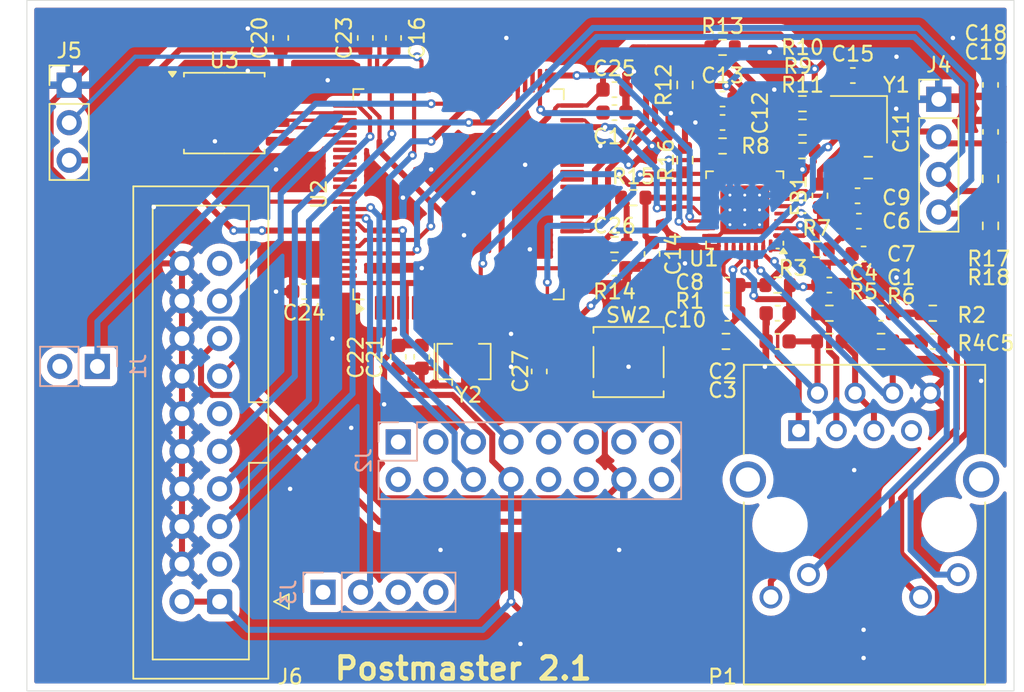
<source format=kicad_pcb>
(kicad_pcb (version 20240108) (generator "pcbnew") (generator_version "8.0")
  (layers (0 "F.Cu" signal) (31 "B.Cu" signal) (34 "B.Paste" user) (35 "F.Paste" user) (36 "B.SilkS" user "B.Silkscreen") (37 "F.SilkS" user "F.Silkscreen") (38 "B.Mask" user) (39 "F.Mask" user) (44 "Edge.Cuts" user))
  (net 0 "")
  (net 1 "GND")
  (net 2 "Net-(P1-CT)")
  (net 3 "Net-(P1-TD+)")
  (net 4 "Net-(P1-TD-)")
  (net 5 "Net-(P1-RD+)")
  (net 6 "Net-(P1-RD-)")
  (net 7 "Net-(U1-VDDCR)")
  (net 8 "+3.3V")
  (net 9 "Net-(U1-~{RST})")
  (net 10 "Net-(U2-VCAP_2)")
  (net 11 "Net-(U2-VCAP_1)")
  (net 12 "/Microcontroller/RESET")
  (net 13 "/Microcontroller/STLINK_RX")
  (net 22 "/Microcontroller/UART1_TX")
  (net 24 "/Microcontroller/TRESET")
  (net 25 "/Microcontroller/UART1_RX")
  (net 28 "/Microcontroller/BOOT0")
  (net 32 "/Microcontroller/SDA")
  (net 33 "/Microcontroller/SCK")
  (net 34 "/Microcontroller/ALT_UART1_RX")
  (net 35 "/Microcontroller/ALT_UART1_TX")
  (net 36 "/Microcontroller/UART3_RX")
  (net 37 "/Microcontroller/UART3_TX")
  (net 40 "/Microcontroller/SWCLK")
  (net 42 "/Microcontroller/SWDIO")
  (net 43 "/Microcontroller/SWO")
  (net 44 "Net-(P1-RL1)")
  (net 45 "Net-(P1-LL1)")
  (net 46 "Net-(P1-LL2)")
  (net 47 "Net-(P1-RL2)")
  (net 48 "Net-(U1-RBIAS)")
  (net 49 "Net-(U1-RXER{slash}RXD4{slash}~{PHYAD0})")
  (net 50 "Net-(U1-RXD3{slash}~{PHYAD2})")
  (net 51 "Net-(U1-RXD2{slash}~{RMIISEL})")
  (net 52 "Net-(U1-RXCLK{slash}~{PHYAD1})")
  (net 53 "/Ethernet/rxd0")
  (net 54 "/Ethernet/rxd1")
  (net 55 "/Ethernet/crs_dv")
  (net 56 "/Ethernet/mdio")
  (net 59 "/Ethernet/mdc")
  (net 61 "/Ethernet/txd0")
  (net 64 "/Ethernet/txd1")
  (net 65 "/Ethernet/txen")
  (net 66 "/Ethernet/clkin")
  (net 70 "Net-(U2-PH0)")
  (net 77 "/Microcontroller/SPI3_MOSI")
  (net 89 "/Microcontroller/SPI3_MISO")
  (net 100 "/Microcontroller/FLASH_CS")
  (net 103 "/Microcontroller/SPI3_CLK")
  (net 119 "Net-(U2-PH1)")
  (footprint "Capacitor_SMD:C_0603_1608Metric" (layer "F.Cu") (at 100.965 120.9675)
    (property "Reference" "C25")
    (property "Value" "100n")
  )
  (footprint "Resistor_SMD:R_0603_1608Metric" (layer "F.Cu") (at 113.665 123.5075)
    (property "Reference" "R9")
    (property "Value" "10k")
  )
  (footprint "Capacitor_SMD:C_0603_1608Metric" (layer "F.Cu") (at 78.4225 117.475 90)
    (property "Reference" "C20")
    (property "Value" "100n")
  )
  (footprint "Capacitor_SMD:C_0603_1608Metric" (layer "F.Cu") (at 117.0675 120.015 180)
    (property "Reference" "C15")
    (property "Value" "100n")
  )
  (footprint "Capacitor_SMD:C_0603_1608Metric" (layer "F.Cu") (at 84.1375 117.475 90)
    (property "Reference" "C23")
    (property "Value" "100n")
  )
  (footprint "Capacitor_SMD:C_0603_1608Metric" (layer "F.Cu") (at 95.885 140.0175 -90)
    (property "Reference" "C27")
    (property "Value" "100n")
  )
  (footprint "Resistor_SMD:R_0603_1608Metric" (layer "F.Cu") (at 108.2675 118.11)
    (property "Reference" "R13")
    (property "Value" "10k")
  )
  (footprint "Capacitor_SMD:C_0603_1608Metric" (layer "F.Cu") (at 126.365 123.825 90)
    (property "Reference" "C19")
    (property "Value" "10u")
  )
  (footprint "Resistor_SMD:R_0603_1608Metric" (layer "F.Cu") (at 126.365 127 -90)
    (property "Reference" "R17")
    (property "Value" "2k2")
  )
  (footprint "Resistor_SMD:R_0603_1608Metric" (layer "F.Cu") (at 108.495 137.9875)
    (property "Reference" "R1")
    (property "Value" "330")
  )
  (footprint "Resistor_SMD:R_0603_1608Metric" (layer "F.Cu") (at 108.2675 124.7775 180)
    (property "Reference" "R8")
    (property "Value" "10k")
  )
  (footprint "Resistor_SMD:R_0603_1608Metric" (layer "F.Cu") (at 105.7275 120.65 90)
    (property "Reference" "R12")
    (property "Value" "10k")
  )
  (footprint "Capacitor_SMD:C_0603_1608Metric" (layer "F.Cu") (at 117.7925 132.08)
    (property "Reference" "C7")
    (property "Value" "100n")
  )
  (footprint "Capacitor_SMD:C_0603_1608Metric" (layer "F.Cu") (at 86.36 139.03 -90)
    (property "Reference" "C22")
    (property "Value" "10u")
  )
  (footprint "Resistor_SMD:R_0603_1608Metric" (layer "F.Cu") (at 114.6175 131.7625)
    (property "Reference" "R7")
    (property "Value" "12k1")
  )
  (footprint "Button_Switch_SMD:SW_SPST_TL3305B" (layer "F.Cu") (at 101.9175 139.3825 180)
    (property "Reference" "SW2")
    (property "Value" "SW_Push")
  )
  (footprint "Capacitor_SMD:C_0603_1608Metric" (layer "F.Cu") (at 111.9875 136.0825 180)
    (property "Reference" "C2")
    (property "Value" "10p")
  )
  (footprint "Resistor_SMD:R_0603_1608Metric" (layer "F.Cu") (at 122.465 136.0825 180)
    (property "Reference" "R2")
    (property "Value" "330")
  )
  (footprint "Capacitor_SMD:C_0603_1608Metric" (layer "F.Cu") (at 100.965 133.0325)
    (property "Reference" "C26")
    (property "Value" "100n")
  )
  (footprint "Capacitor_SMD:C_0603_1608Metric" (layer "F.Cu") (at 108.2675 121.6025 180)
    (property "Reference" "C13")
    (property "Value" "100n")
  )
  (footprint "Capacitor_SMD:C_0603_1608Metric" (layer "F.Cu") (at 111.9875 137.9875 180)
    (property "Reference" "C3")
    (property "Value" "10p")
  )
  (footprint "Package_DFN_QFN:QFN-32-1EP_5x5mm_P0.5mm_EP3.3x3.3mm_ThermalVias" (layer "F.Cu") (at 109.765 129.0975 180)
    (property "Reference" "U1")
    (property "Value" "LAN8710A")
  )
  (footprint "Capacitor_SMD:C_0805_2012Metric" (layer "F.Cu") (at 118.11 126.24)
    (property "Reference" "C11")
    (property "Value" "1u")
  )
  (footprint "Capacitor_SMD:C_0603_1608Metric" (layer "F.Cu") (at 126.365 120.65 -90)
    (property "Reference" "C18")
    (property "Value" "100n")
  )
  (footprint "Resistor_SMD:R_0603_1608Metric" (layer "F.Cu") (at 115.48 137.9875 180)
    (property "Reference" "R4")
    (property "Value" "49.9")
  )
  (footprint "Connector_IDC:IDC-Header_2x10_P2.54mm_Vertical" (layer "F.Cu") (at 74.295 155.575 180)
    (property "Reference" "J6")
    (property "Value" "Conn_02x10_Odd_Even")
  )
  (footprint "Connector_PinHeader_2.54mm:PinHeader_1x03_P2.54mm_Vertical" (layer "F.Cu") (at 64.135 120.665)
    (property "Reference" "J5")
    (property "Value" "Conn_01x03")
  )
  (footprint "Capacitor_SMD:C_0603_1608Metric" (layer "F.Cu") (at 100.965 122.52)
    (property "Reference" "C17")
    (property "Value" "2u2")
  )
  (footprint "Capacitor_SMD:C_0603_1608Metric" (layer "F.Cu") (at 108.2675 123.19 180)
    (property "Reference" "C12")
    (property "Value" "10u")
  )
  (footprint "PostmasterParts:PULSE_J00-0065NL" (layer "F.Cu") (at 117.855 150.37 180)
    (property "Reference" "P1")
    (property "Value" "J00-0065NL")
  )
  (footprint "Resistor_SMD:R_0603_1608Metric" (layer "F.Cu") (at 126.365 130.175 90)
    (property "Reference" "R18")
    (property "Value" "2k2")
  )
  (footprint "Capacitor_SMD:C_0603_1608Metric" (layer "F.Cu") (at 115.48 134.1775)
    (property "Reference" "C4")
    (property "Value" "10p")
  )
  (footprint "Capacitor_SMD:C_0603_1608Metric" (layer "F.Cu") (at 87.9475 139.03 -90)
    (property "Reference" "C21")
    (property "Value" "100n")
  )
  (footprint "Resistor_SMD:R_0603_1608Metric" (layer "F.Cu") (at 113.665 121.92 180)
    (property "Reference" "R10")
    (property "Value" "10k")
  )
  (footprint "Capacitor_SMD:C_0603_1608Metric" (layer "F.Cu") (at 108.585 134.1775 180)
    (property "Reference" "C8")
    (property "Value" "10u")
  )
  (footprint "Capacitor_SMD:C_0603_1608Metric" (layer "F.Cu") (at 117.475 129.8575)
    (property "Reference" "C6")
    (property "Value" "10u")
  )
  (footprint "Resistor_SMD:R_0603_1608Metric" (layer "F.Cu") (at 105.7275 125.73 -90)
    (property "Reference" "R16")
    (property "Value" "1k5")
  )
  (footprint "Connector_PinHeader_2.54mm:PinHeader_1x04_P2.54mm_Vertical" (layer "F.Cu") (at 122.8725 121.6225)
    (property "Reference" "J4")
    (property "Value" "Conn_01x04")
  )
  (footprint "Crystal:Resonator_SMD_Murata_CSTxExxV-3Pin_3.0x1.1mm" (layer "F.Cu") (at 90.805 139.3475)
    (property "Reference" "Y2")
    (property "Value" "CSTNE8M00G550000R0")
  )
  (footprint "Resistor_SMD:R_0603_1608Metric" (layer "F.Cu") (at 118.9725 137.9875)
    (property "Reference" "R6")
    (property "Value" "49.9")
  )
  (footprint "Package_SO:SOIC-8_5.23x5.23mm_P1.27mm" (layer "F.Cu") (at 74.6125 122.555)
    (property "Reference" "U3")
    (property "Value" "S25FL064LABMFI013")
  )
  (footprint "Package_QFP:LQFP-100_14x14mm_P0.5mm" (layer "F.Cu") (at 90.4325 128.04 90)
    (property "Reference" "U2")
    (property "Value" "STM32F407VETx")
  )
  (footprint "Inductor_SMD:L_0603_1608Metric" (layer "F.Cu") (at 114.845 128.145 90)
    (property "Reference" "FB1")
    (property "Value" "FerriteBead")
  )
  (footprint "Capacitor_SMD:C_0603_1608Metric" (layer "F.Cu") (at 80.01 134.62 180)
    (property "Reference" "C24")
    (property "Value" "100n")
  )
  (footprint "Resistor_SMD:R_0603_1608Metric" (layer "F.Cu") (at 102.235 128.27)
    (property "Reference" "R15")
    (property "Value" "10k")
  )
  (footprint "Resistor_SMD:R_0603_1608Metric" (layer "F.Cu") (at 113.665 125.095)
    (property "Reference" "R11")
    (property "Value" "10k")
  )
  (footprint "Capacitor_SMD:C_0603_1608Metric" (layer "F.Cu") (at 118.9725 136.0825)
    (property "Reference" "C1")
    (property "Value" "22nF")
  )
  (footprint "Capacitor_SMD:C_0603_1608Metric" (layer "F.Cu") (at 86.0425 117.475 90)
    (property "Reference" "C16")
    (property "Value" "2u2")
  )
  (footprint "Capacitor_SMD:C_0603_1608Metric" (layer "F.Cu") (at 122.465 137.9875)
    (property "Reference" "C5")
    (property "Value" "10p")
  )
  (footprint "Capacitor_SMD:C_0603_1608Metric" (layer "F.Cu") (at 103.505 132.08 -90)
    (property "Reference" "C14")
    (property "Value" "100n")
  )
  (footprint "Resistor_SMD:R_0603_1608Metric" (layer "F.Cu") (at 115.48 136.0825 180)
    (property "Reference" "R5")
    (property "Value" "49.9")
  )
  (footprint "Capacitor_SMD:C_0603_1608Metric" (layer "F.Cu") (at 117.385 128.145)
    (property "Reference" "C9")
    (property "Value" "470p")
  )
  (footprint "Oscillator:Oscillator_SMD_Abracon_ASE-4Pin_3.2x2.5mm" (layer "F.Cu") (at 117.475 122.975 180)
    (property "Reference" "Y1")
    (property "Value" "TFOM50M4RHKCNT2T")
  )
  (footprint "Capacitor_SMD:C_0603_1608Metric" (layer "F.Cu") (at 108.585 136.0825 180)
    (property "Reference" "C10")
    (property "Value" "100n")
  )
  (footprint "Resistor_SMD:R_0603_1608Metric" (layer "F.Cu") (at 111.9875 134.1775)
    (property "Reference" "R3")
    (property "Value" "49.9")
  )
  (footprint "Resistor_SMD:R_0603_1608Metric" (layer "F.Cu") (at 100.965 131.445 180)
    (property "Reference" "R14")
    (property "Value" "10k")
  )
  (footprint "Connector_PinSocket_2.54mm:PinSocket_1x02_P2.54mm_Vertical" (layer "B.Cu") (at 66.04 139.675 90)
    (property "Reference" "J1")
    (property "Value" "Conn_01x02")
  )
  (footprint "Connector_PinHeader_2.54mm:PinHeader_1x04_P2.54mm_Vertical" (layer "B.Cu") (at 81.28 154.94 -90)
    (property "Reference" "J3")
    (property "Value" "Conn_01x04")
  )
  (footprint "Connector_PinHeader_2.54mm:PinHeader_2x08_P2.54mm_Vertical" (layer "B.Cu") (at 86.36 144.78 -90)
    (property "Reference" "J2")
    (property "Value" "Conn_02x08_Odd_Even")
  )
  (gr_rect (start 61.2775 114.935) (end 127.9525 161.6075) (stroke (width 0.05)) (fill none) (layer "Edge.Cuts"))
  (gr_text "Postmaster 2.1" (at 81.915 160.9725 0) (layer "F.SilkS") (effects (font (size 1.5 1.5) (thickness 0.3) (bold yes)) (justify left bottom)))
  (segment (start 88.9325 140.9375) (end 88.9 140.97) (width 0.2794) (layer "F.Cu") (net 1))
  (segment (start 100.33 148.59) (end 101.6 147.32) (width 0.4064) (layer "F.Cu") (net 1))
  (segment (start 116.47 134.1775) (end 118.5675 132.08) (width 0.4064) (layer "F.Cu") (net 1))
  (segment (start 109.765 129.0975) (end 109.765 128.0975) (width 0.2794) (layer "F.Cu") (net 1))
  (segment (start 71.755 147.955) (end 71.755 145.415) (width 0.4064) (layer "F.Cu") (net 1))
  (segment (start 103.505 136.0825) (end 106.9975 136.0825) (width 0.4064) (layer "F.Cu") (net 1))
  (segment (start 111.2125 137.9875) (end 111.2125 136.0825) (width 0.4064) (layer "F.Cu") (net 1))
  (segment (start 88.9325 139.805) (end 87.9475 139.805) (width 0.2794) (layer "F.Cu") (net 1))
  (segment (start 101.9175 134.62) (end 101.875 134.5775) (width 0.4064) (layer "F.Cu") (net 1))
  (segment (start 98.9525 141.5175) (end 100.33 141.5175) (width 0.4064) (layer "F.Cu") (net 1))
  (segment (start 80.9625 133.54) (end 79.5025 133.54) (width 0.2794) (layer "F.Cu") (net 1))
  (segment (start 79.375 133.6675) (end 79.375 134.48) (width 0.2794) (layer "F.Cu") (net 1))
  (segment (start 102.235 126.0475) (end 103.505 124.7775) (width 0.4064) (layer "F.Cu") (net 1))
  (segment (start 101.9175 134.62) (end 101.9175 135.89) (width 0.4064) (layer "F.Cu") (net 1))
  (segment (start 79.235 142.464995) (end 85.360005 148.59) (width 0.4064) (layer "F.Cu") (net 1))
  (segment (start 101.875 133.1675) (end 101.875 133.985) (width 0.4064) (layer "F.Cu") (net 1))
  (segment (start 101.74 133.0325) (end 101.875 133.1675) (width 0.4064) (layer "F.Cu") (net 1))
  (segment (start 88.9325 139.805) (end 88.9325 140.9375) (width 0.2794) (layer "F.Cu") (net 1))
  (segment (start 101.74 120.9675) (end 101.74 120.286252) (width 0.4064) (layer "F.Cu") (net 1))
  (segment (start 116.255 134.1775) (end 117.8425 134.1775) (width 0.4064) (layer "F.Cu") (net 1))
  (segment (start 87.1 139.805) (end 86.36 139.805) (width 0.2286) (layer "F.Cu") (net 1))
  (segment (start 106.4307 123.19) (end 107.4925 123.19) (width 0.2794) (layer "F.Cu") (net 1))
  (segment (start 118.865 128.145) (end 119.06 127.95) (width 0.4064) (layer "F.Cu") (net 1))
  (segment (start 88.9 140.97) (end 87.3125 140.97) (width 0.4064) (layer "F.Cu") (net 1))
  (segment (start 107.81 131.74) (end 107.81 134.1775) (width 0.2794) (layer "F.Cu") (net 1))
  (segment (start 100.33 141.5175) (end 104.8825 141.5175) (width 0.4064) (layer "F.Cu") (net 1))
  (segment (start 67.93 124.46) (end 71.0125 124.46) (width 0.4064) (layer "F.Cu") (net 1))
  (segment (start 109.765 130.0975) (end 110.765 130.0975) (width 0.2794) (layer "F.Cu") (net 1))
  (segment (start 109.765 129.0975) (end 108.765 129.0975) (width 0.2794) (layer "F.Cu") (net 1))
  (segment (start 90.805 140.97) (end 88.9 140.97) (width 0.4064) (layer "F.Cu") (net 1))
  (segment (start 84.95 116.7) (end 85.09 116.84) (width 0.2794) (layer "F.Cu") (net 1))
  (segment (start 93.9325 137.43) (end 93.98 137.4775) (width 0.2794) (layer "F.Cu") (net 1))
  (segment (start 85.09 118.67734) (end 85.09 116.84) (width 0.2794) (layer "F.Cu") (net 1))
  (segment (start 95.885 140.7925) (end 93.84 140.7925) (width 0.4064) (layer "F.Cu") (net 1))
  (segment (start 118.25 129.8575) (end 118.16 129.7675) (width 0.4064) (layer "F.Cu") (net 1))
  (segment (start 64.135 120.665) (end 67.93 124.46) (width 0.4064) (layer "F.Cu") (net 1))
  (segment (start 62.8818 126.264093) (end 62.8818 121.9182) (width 0.4064) (layer "F.Cu") (net 1))
  (segment (start 78.4225 116.7) (end 84.1375 116.7) (width 0.4064) (layer "F.Cu") (net 1))
  (segment (start 116.255 134.1775) (end 116.47 134.1775) (width 0.4064) (layer "F.Cu") (net 1))
  (segment (start 119.06 127.95) (end 119.0625 127.9525) (width 0.4064) (layer "F.Cu") (net 1))
  (segment (start 106.9975 136.0825) (end 107.81 136.0825) (width 0.4064) (layer "F.Cu") (net 1))
  (segment (start 119.06 126.24) (end 119.06 127.95) (width 0.4064) (layer "F.Cu") (net 1))
  (segment (start 114.49 123.5075) (end 114.9125 123.5075) (width 0.4064) (layer "F.Cu") (net 1))
  (segment (start 116.27 122.15) (end 116.425 122.15) (width 0.4064) (layer "F.Cu") (net 1))
  (segment (start 76.34 116.7) (end 76.2 116.84) (width 0.4064) (layer "F.Cu") (net 1))
  (segment (start 107.4925 123.19) (end 107.4925 124.7275) (width 0.4064) (layer "F.Cu") (net 1))
  (segment (start 64.135 120.65) (end 64.135 120.665) (width 0.4064) (layer "F.Cu") (net 1))
  (segment (start 115.4425 131.7625) (end 116.395 130.81) (width 0.4064) (layer "F.Cu") (net 1))
  (segment (start 111.2125 139.6125) (end 111.125 139.7) (width 0.4064) (layer "F.Cu") (net 1))
  (segment (start 89.8525 126.365) (end 91.44 127.9525) (width 0.2286) (layer "F.Cu") (net 1))
  (segment (start 82.7575 133.54) (end 80.9625 133.54) (width 0.2794) (layer "F.Cu") (net 1))
  (segment (start 118.25 131.7625) (end 118.25 130.81) (width 0.4064) (layer "F.Cu") (net 1))
  (segment (start 123.24 137.9875) (end 123.24 137.6825) (width 0.4064) (layer "F.Cu") (net 1))
  (segment (start 71.755 135.255) (end 71.755 132.715) (width 0.4064) (layer "F.Cu") (net 1))
  (segment (start 79.235 134.62) (end 78.105 134.62) (width 0.2794) (layer "F.Cu") (net 1))
  (segment (start 114.9125 123.5075) (end 116.27 122.15) (width 0.4064) (layer "F.Cu") (net 1))
  (segment (start 101.74 122.52) (end 101.74 120.9675) (width 0.4064) (layer "F.Cu") (net 1))
  (segment (start 107.4925 124.7275) (end 107.4425 124.7775) (width 0.4064) (layer "F.Cu") (net 1))
  (segment (start 116.2925 120.015) (end 116.2925 122.0175) (width 0.4064) (layer "F.Cu") (net 1))
  (segment (start 108.015 131.535) (end 107.81 131.74) (width 0.2794) (layer "F.Cu") (net 1))
  (segment (start 76.06 116.7) (end 68.085 116.7) (width 0.4064) (layer "F.Cu") (net 1))
  (segment (start 68.085 116.7) (end 64.135 120.65) (width 0.4064) (layer "F.Cu") (net 1))
  (segment (start 126.365 123.05) (end 126.365 121.425) (width 0.4064) (layer "F.Cu") (net 1))
  (segment (start 117.8425 134.1775) (end 119.7475 136.0825) (width 0.4064) (layer "F.Cu") (net 1))
  (segment (start 107.81 136.0825) (end 107.81 134.1775) (width 0.4064) (layer "F.Cu") (net 1))
  (segment (start 123.24 140.541) (end 123.24 137.9875) (width 0.4064) (layer "F.Cu") (net 1))
  (segment (start 93.9325 135.715) (end 93.9325 137.43) (width 0.2794) (layer "F.Cu") (net 1))
  (segment (start 118.16 128.145) (end 118.865 128.145) (width 0.4064) (layer "F.Cu") (net 1))
  (segment (start 111.2125 137.9875) (end 111.2125 139.6125) (width 0.4064) (layer "F.Cu") (net 1))
  (segment (start 93.84 140.7925) (end 93.6625 140.97) (width 0.4064) (layer "F.Cu") (net 1))
  (segment (start 62.8818 121.9182) (end 64.135 120.665) (width 0.4064) (layer "F.Cu") (net 1))
  (segment (start 104.8825 141.5175) (end 105.5175 140.8825) (width 0.4064) (layer "F.Cu") (net 1))
  (segment (start 101.6 147.32) (end 100.3132 146.0332) (width 0.4064) (layer "F.Cu") (net 1))
  (segment (start 79.375 134.48) (end 79.235 134.62) (width 0.2794) (layer "F.Cu") (net 1))
  (segment (start 107.405 131.535) (end 108.015 131.535) (width 0.2794) (layer "F.Cu") (net 1))
  (segment (start 118.25 130.81) (end 118.25 129.8575) (width 0.4064) (layer "F.Cu") (net 1))
  (segment (start 88.9325 135.715) (end 88.9325 139.805) (width 0.2794) (layer "F.Cu") (net 1))
  (segment (start 114.49 125.8575) (end 114.49 125.095) (width 0.2794) (layer "F.Cu") (net 1))
  (segment (start 87.1 139.805) (end 87.9475 139.805) (width 0.2794) (layer "F.Cu") (net 1))
  (segment (start 69.332707 132.715) (end 62.8818 126.264093) (width 0.4064) (layer "F.Cu") (net 1))
  (segment (start 107.3275 130.8475) (end 108.015 130.8475) (width 0.2794) (layer "F.Cu") (net 1))
  (segment (start 111.76 120.9675) (end 111.76 118.745) (width 0.4064) (layer "F.Cu") (net 1))
  (segment (start 87.9475 139.805) (end 87.9475 140.97) (width 0.4064) (layer "F.Cu") (net 1))
  (segment (start 110.765 130.0975) (end 110.765 129.0975) (width 0.2794) (layer "F.Cu") (net 1))
  (segment (start 98.3175 140.8825) (end 98.9525 141.5175) (width 0.4064) (layer "F.Cu") (net 1))
  (segment (start 88.5825 126.365) (end 89.8525 126.365) (width 0.2286) (layer "F.Cu") (net 1))
  (segment (start 84.9325 118.83484) (end 85.09 118.67734) (width 0.2794) (layer "F.Cu") (net 1))
  (segment (start 106.9975 136.0825) (end 106.8668 136.2132) (width 0.4064) (layer "F.Cu") (net 1))
  (segment (start 86.0425 116.7) (end 85.23 116.7) (width 0.2794) (layer "F.Cu") (net 1))
  (segment (start 95.885 140.7925) (end 98.2275 140.7925) (width 0.4064) (layer "F.Cu") (net 1))
  (segment (start 118.5675 132.08) (end 118.25 131.7625) (width 0.4064) (layer "F.Cu") (net 1))
  (segment (start 116.2925 122.0175) (end 116.425 122.15) (width 0.4064) (layer "F.Cu") (net 1))
  (segment (start 123.07 121.425) (end 122.8725 121.6225) (width 0.4064) (layer "F.Cu") (net 1))
  (segment (start 79.5025 133.54) (end 79.375 133.6675) (width 0.2794) (layer "F.Cu") (net 1))
  (segment (start 103.505 132.855) (end 103.505 136.0825) (width 0.4064) (layer "F.Cu") (net 1))
  (segment (start 108.015 130.8475) (end 108.765 130.0975) (width 0.2794) (layer "F.Cu") (net 1))
  (segment (start 123.24 137.6825) (end 121.64 136.0825) (width 0.4064) (layer "F.Cu") (net 1))
  (segment (start 90.805 140.97) (end 93.6625 140.97) (width 0.4064) (layer "F.Cu") (net 1))
  (segment (start 84.9325 120.365) (end 84.9325 118.83484) (width 0.2794) (layer "F.Cu") (net 1))
  (segment (start 101.9175 135.89) (end 102.11 136.0825) (width 0.4064) (layer "F.Cu") (net 1))
  (segment (start 87.1 139.805) (end 87.1 140.7575) (width 0.2286) (layer "F.Cu") (net 1))
  (segment (start 110.765 128.0975) (end 109.765 128.0975) (width 0.4064) (layer "F.Cu") (net 1))
  (segment (start 107.3275 130.8475) (end 107.3275 131.4575) (width 0.2794) (layer "F.Cu") (net 1))
  (segment (start 71.755 137.795) (end 71.755 135.255) (width 0.4064) (layer "F.Cu") (net 1))
  (segment (start 113.9825 126.365) (end 114.49 125.8575) (width 0.2794) (layer "F.Cu") (net 1))
  (segment (start 80.9625 131.946448) (end 80.9625 133.54) (width 0.2794) (layer "F.Cu") (net 1))
  (segment (start 118.16 129.7675) (end 118.16 128.145) (width 0.4064) (layer "F.Cu") (net 1))
  (segment (start 107.4925 121.6025) (end 107.4925 123.19) (width 0.4064) (layer "F.Cu") (net 1))
  (segment (start 71.755 140.335) (end 71.755 137.795) (width 0.4064) (layer "F.Cu") (net 1))
  (segment (start 71.755 145.415) (end 71.755 142.875) (width 0.4064) (layer "F.Cu") (net 1))
  (segment (start 99.24258 133.54) (end 99.68758 133.985) (width 0.2794) (layer "F.Cu") (net 1))
  (segment (start 101.9175 126.0475) (end 102.235 126.0475) (width 0.4064) (layer "F.Cu") (net 1))
  (segment (start 101.74 120.286252) (end 102.281876 119.744376) (width 0.4064) (layer "F.Cu") (net 1))
  (segment (start 78.4225 116.7) (end 76.34 116.7) (width 0.4064) (layer "F.Cu") (net 1))
  (segment (start 126.365 121.425) (end 123.07 121.425) (width 0.4064) (layer "F.Cu") (net 1))
  (segment (start 76.2 116.84) (end 76.06 116.7) (width 0.4064) (layer "F.Cu") (net 1))
  (segment (start 93.98 140.6525) (end 93.6625 140.97) (width 0.2794) (layer "F.Cu") (net 1))
  (segment (start 71.755 132.715) (end 69.332707 132.715) (width 0.4064) (layer "F.Cu") (net 1))
  (segment (start 110.765 129.0975) (end 109.765 129.0975) (width 0.2794) (layer "F.Cu") (net 1))
  (segment (start 98.1075 133.54) (end 99.24258 133.54) (width 0.2794) (layer "F.Cu") (net 1))
  (segment (start 101.875 133.985) (end 101.875 134.5775) (width 0.4064) (layer "F.Cu") (net 1))
  (segment (start 121.64 136.0825) (end 119.7475 136.0825) (width 0.4064) (layer "F.Cu") (net 1))
  (segment (start 71.755 153.035) (end 71.755 150.495) (width 0.4064) (layer "F.Cu") (net 1))
  (segment (start 100.3132 146.0332) (end 100.3132 141.5343) (width 0.4064) (layer "F.Cu") (net 1))
  (segment (start 85.23 116.7) (end 85.09 116.84) (width 0.2794) (layer "F.Cu") (net 1))
  (segment (start 90.805 140.97) (end 90.805 139.3475) (width 0.2794) (layer "F.Cu") (net 1))
  (segment (start 93.98 139.7) (end 93.98 140.6525) (width 0.4064) (layer "F.Cu") (net 1))
  (segment (start 84.1375 116.7) (end 84.95 116.7) (width 0.2794) (layer "F.Cu") (net 1))
  (segment (start 81.868948 131.04) (end 80.9625 131.946448) (width 0.2794) (layer "F.Cu") (net 1))
  (segment (start 98.2275 140.7925) (end 98.3175 140.8825) (width 0.4064) (layer "F.Cu") (net 1))
  (segment (start 108.765 130.0975) (end 109.765 130.0975) (width 0.2794) (layer "F.Cu") (net 1))
  (segment (start 99.68758 133.985) (end 101.875 133.985) (width 0.2794) (layer "F.Cu") (net 1))
  (segment (start 88.265 148.59) (end 100.33 148.59) (width 0.4064) (layer "F.Cu") (net 1))
  (segment (start 111.76 118.745) (end 111.4425 118.4275) (width 0.4064) (layer "F.Cu") (net 1))
  (segment (start 71.755 142.875) (end 71.755 140.335) (width 0.4064) (layer "F.Cu") (net 1))
  (segment (start 71.755 150.495) (end 71.755 147.955) (width 0.4064) (layer "F.Cu") (net 1))
  (segment (start 108.765 128.0975) (end 108.765 129.0975) (width 0.2794) (layer "F.Cu") (net 1))
  (segment (start 79.235 134.62) (end 79.235 142.464995) (width 0.2794) (layer "F.Cu") (net 1))
  (segment (start 122.3 141.481) (end 123.24 140.541) (width 0.4064) (layer "F.Cu") (net 1))
  (segment (start 114.49 123.5075) (end 114.49 125.095) (width 0.4064) (layer "F.Cu") (net 1))
  (segment (start 116.395 130.81) (end 118.25 130.81) (width 0.4064) (layer "F.Cu") (net 1))
  (segment (start 82.7575 131.04) (end 81.868948 131.04) (width 0.2794) (layer "F.Cu") (net 1))
  (segment (start 87.1 140.7575) (end 87.3125 140.97) (width 0.2286) (layer "F.Cu") (net 1))
  (segment (start 100.3132 141.5343) (end 100.33 141.5175) (width 0.4064) (layer "F.Cu") (net 1))
  (segment (start 85.360005 148.59) (end 88.265 148.59) (width 0.4064) (layer "F.Cu") (net 1))
  (segment (start 107.3275 131.4575) (end 107.405 131.535) (width 0.2794) (layer "F.Cu") (net 1))
  (segment (start 102.11 136.0825) (end 103.505 136.0825) (width 0.4064) (layer "F.Cu") (net 1))
  (segment (start 113.665 126.365) (end 113.9825 126.365) (width 0.2794) (layer "F.Cu") (net 1))
  (via (at 89.2175 152.0825) (size 0.6) (drill 0.3) (layers "F.Cu" "B.Cu") (net 1))
  (via (at 123.825 117.475) (size 0.6) (drill 0.3) (layers "F.Cu" "B.Cu") (net 1))
  (via (at 76.2 116.84) (size 0.6) (drill 0.3) (layers "F.Cu" "B.Cu") (net 1))
  (via (at 91.44 127.9525) (size 0.6) (drill 0.3) (layers "F.Cu" "B.Cu") (net 1))
  (via (at 78.105 126.365) (size 0.6) (drill 0.3) (layers "F.Cu" "B.Cu") (net 1))
  (via (at 117.1575 146.685) (size 0.6) (drill 0.3) (layers "F.Cu" "B.Cu") (net 1))
  (via (at 73.9775 124.46) (size 0.6) (drill 0.3) (layers "F.Cu" "B.Cu") (net 1))
  (via (at 76.2 119.6975) (size 0.6) (drill 0.3) (layers "F.Cu" "B.Cu") (net 1))
  (via (at 101.9175 139.7) (size 0.6) (drill 0.3) (layers "F.Cu" "B.Cu") (net 1))
  (via (at 95.25 131.7625) (size 0.6) (drill 0.3) (layers "F.Cu" "B.Cu") (net 1))
  (via (at 104.775 122.555) (size 0.6) (drill 0.3) (layers "F.Cu" "B.Cu") (net 1))
  (via (at 69.85 128.905) (size 0.6) (drill 0.3) (layers "F.Cu" "B.Cu") (net 1))
  (via (at 94.615 158.4325) (size 0.6) (drill 0.3) (layers "F.Cu" "B.Cu") (net 1))
  (via (at 78.105 134.62) (size 0.6) (drill 0.3) (layers "F.Cu" "B.Cu") (net 1))
  (via (at 85.4075 142.24) (size 0.6) (drill 0.3) (layers "F.Cu" "B.Cu") (net 1))
  (via (at 117.7925 159.385) (size 0.6) (drill 0.3) (layers "F.Cu" "B.Cu") (net 1))
  (via (at 103.505 124.7775) (size 0.6) (drill 0.3) (layers "F.Cu" "B.Cu") (net 1))
  (via (at 81.5975 120.3325) (size 0.6) (drill 0.3) (layers "F.Cu" "B.Cu") (net 1))
  (via (at 101.2825 152.0825) (size 0.6) (drill 0.3) (layers "F.Cu" "B.Cu") (net 1))
  (via (at 125.73 140.6525) (size 0.6) (drill 0.3) (layers "F.Cu" "B.Cu") (net 1))
  (via (at 113.665 126.365) (size 0.6) (drill 0.3) (layers "F.Cu" "B.Cu") (net 1))
  (via (at 111.125 139.7) (size 0.6) (drill 0.3) (layers "F.Cu" "B.Cu") (net 1))
  (via (at 79.0575 147.955) (size 0.6) (drill 0.3) (layers "F.Cu" "B.Cu") (net 1))
  (via (at 101.9175 126.0475) (size 0.6) (drill 0.3) (layers "F.Cu" "B.Cu") (net 1))
  (via (at 90.805 130.81) (size 0.6) (drill 0.3) (layers "F.Cu" "B.Cu") (net 1))
  (via (at 93.6625 117.475) (size 0.6) (drill 0.3) (layers "F.Cu" "B.Cu") (net 1))
  (via (at 87.9475 133.0325) (size 0.6) (drill 0.3) (layers "F.Cu" "B.Cu") (net 1))
  (via (at 111.4425 118.4275) (size 0.6) (drill 0.3) (layers "F.Cu" "B.Cu") (net 1))
  (via (at 94.9325 126.0475) (size 0.6) (drill 0.3) (layers "F.Cu" "B.Cu") (net 1))
  (via (at 88.5825 126.365) (size 0.6) (drill 0.3) (layers "F.Cu" "B.Cu") (net 1))
  (via (at 100.0125 124.7775) (size 0.6) (drill 0.3) (layers "F.Cu" "B.Cu") (net 1))
  (via (at 81.915 137.795) (size 0.6) (drill 0.3) (layers "F.Cu" "B.Cu") (net 1))
  (via (at 83.185 143.8275) (size 0.6) (drill 0.3) (layers "F.Cu" "B.Cu") (net 1))
  (via (at 93.98 137.4775) (size 0.6) (drill 0.3) (layers "F.Cu" "B.Cu") (net 1))
  (via (at 105.7275 132.715) (size 0.6) (drill 0.3) (layers "F.Cu" "B.Cu") (net 1))
  (via (at 86.6775 128.27) (size 0.6) (drill 0.3) (layers "F.Cu" "B.Cu") (net 1))
  (via (at 106.4307 123.19) (size 0.6) (drill 0.3) (layers "F.Cu" "B.Cu") (net 1))
  (via (at 111.76 120.9675) (size 0.6) (drill 0.3) (layers "F.Cu" "B.Cu") (net 1))
  (via (at 102.281876 119.744376) (size 0.6) (drill 0.3) (layers "F.Cu" "B.Cu") (net 1))
  (via (at 120.015 118.745) (size 0.6) (drill 0.3) (layers "F.Cu" "B.Cu") (net 1))
  (via (at 120.015 133.6675) (size 0.6) (drill 0.3) (layers "F.Cu" "B.Cu") (net 1))
  (via (at 93.98 139.7) (size 0.6) (drill 0.3) (layers "F.Cu" "B.Cu") (net 1))
  (via (at 119.994012 122.258488) (size 0.6) (drill 0.3) (layers "F.Cu" "B.Cu") (net 1))
  (via (at 117.7925 157.48) (size 0.6) (drill 0.3) (layers "F.Cu" "B.Cu") (net 1))
  (segment (start 101.9175 139.7) (end 93.98 139.7) (width 0.4064) (layer "B.Cu") (net 1))
  (segment (start 93.98 137.4775) (end 93.98 139.065) (width 0.4064) (layer "B.Cu") (net 1))
  (segment (start 91.44 127.9525) (end 91.44 130.175) (width 0.2286) (layer "B.Cu") (net 1))
  (segment (start 94.9325 137.4775) (end 95.25 137.16) (width 0.2286) (layer "B.Cu") (net 1))
  (segment (start 105.050525 123.19) (end 106.4307 123.19) (width 0.4064) (layer "B.Cu") (net 1))
  (segment (start 72.9447 136.4447) (end 71.755 135.255) (width 0.2794) (layer "B.Cu") (net 1))
  (segment (start 93.98 137.4775) (end 94.9325 137.4775) (width 0.2286) (layer "B.Cu") (net 1))
  (segment (start 111.125 139.7) (end 101.9175 139.7) (width 0.4064) (layer "B.Cu") (net 1))
  (segment (start 93.98 139.065) (end 93.98 139.7) (width 0.4064) (layer "B.Cu") (net 1))
  (segment (start 90.805 130.81) (end 88.5825 133.0325) (width 0.2286) (layer "B.Cu") (net 1))
  (segment (start 78.105 134.62) (end 76.2803 136.4447) (width 0.2794) (layer "B.Cu") (net 1))
  (segment (start 88.9 133.0325) (end 93.345 137.4775) (width 0.2286) (layer "B.Cu") (net 1))
  (segment (start 104.775 122.914475) (end 105.050525 123.19) (width 0.4064) (layer "B.Cu") (net 1))
  (segment (start 102.281876 119.744376) (end 102.281876 120.421351) (width 0.4064) (layer "B.Cu") (net 1))
  (segment (start 106.4307 123.2582) (end 106.4307 123.19) (width 0.2794) (layer "B.Cu") (net 1))
  (segment (start 119.994012 122.258488) (end 120.65 121.6025) (width 0.4064) (layer "B.Cu") (net 1))
  (segment (start 111.76 118.745) (end 111.4425 118.4275) (width 0.4064) (layer "B.Cu") (net 1))
  (segment (start 120.65 121.6025) (end 122.8525 121.6025) (width 0.4064) (layer "B.Cu") (net 1))
  (segment (start 101.9175 126.0475) (end 100.6475 124.7775) (width 0.4064) (layer "B.Cu") (net 1))
  (segment (start 113.665 125.4125) (end 114.935 124.1425) (width 0.4064) (layer "B.Cu") (net 1))
  (segment (start 76.2803 136.4447) (end 72.9447 136.4447) (width 0.2794) (layer "B.Cu") (net 1))
  (segment (start 93.345 126.0475) (end 91.44 127.9525) (width 0.4064) (layer "B.Cu") (net 1))
  (segment (start 113.665 126.365) (end 113.665 125.4125) (width 0.4064) (layer "B.Cu") (net 1))
  (segment (start 114.935 124.1425) (end 118.11 124.1425) (width 0.4064) (layer "B.Cu") (net 1))
  (segment (start 94.9325 126.0475) (end 93.345 126.0475) (width 0.4064) (layer "B.Cu") (net 1))
  (segment (start 113.665 126.365) (end 111.9325 128.0975) (width 0.4064) (layer "B.Cu") (net 1))
  (segment (start 91.44 130.175) (end 90.805 130.81) (width 0.2286) (layer "B.Cu") (net 1))
  (segment (start 120.015 118.745) (end 119.994012 119.994012) (width 0.4064) (layer "B.Cu") (net 1))
  (segment (start 87.9475 133.0325) (end 88.9 133.0325) (width 0.2286) (layer "B.Cu") (net 1))
  (segment (start 108.765 128.0975) (end 108.765 125.5925) (width 0.4064) (layer "B.Cu") (net 1))
  (segment (start 108.765 125.5925) (end 107.315 124.1425) (width 0.4064) (layer "B.Cu") (net 1))
  (segment (start 122.8525 121.6025) (end 122.8725 121.6225) (width 0.4064) (layer "B.Cu") (net 1))
  (segment (start 88.5825 133.0325) (end 87.9475 133.0325) (width 0.2286) (layer "B.Cu") (net 1))
  (segment (start 107.315 124.1425) (end 106.4307 123.2582) (width 0.4064) (layer "B.Cu") (net 1))
  (segment (start 100.6475 124.7775) (end 100.0125 124.7775) (width 0.4064) (layer "B.Cu") (net 1))
  (segment (start 104.775 122.555) (end 104.775 122.914475) (width 0.4064) (layer "B.Cu") (net 1))
  (segment (start 93.345 137.4775) (end 93.98 137.4775) (width 0.2286) (layer "B.Cu") (net 1))
  (segment (start 95.25 137.16) (end 95.25 131.7625) (width 0.2286) (layer "B.Cu") (net 1))
  (segment (start 102.281876 120.421351) (end 104.415525 122.555) (width 0.4064) (layer "B.Cu") (net 1))
  (segment (start 118.11 124.1425) (end 119.994012 122.258488) (width 0.4064) (layer "B.Cu") (net 1))
  (segment (start 88.5825 126.365) (end 86.6775 128.27) (width 0.2286) (layer "B.Cu") (net 1))
  (segment (start 111.9325 128.0975) (end 110.765 128.0975) (width 0.4064) (layer "B.Cu") (net 1))
  (segment (start 120.015 118.745) (end 111.76 118.745) (width 0.4064) (layer "B.Cu") (net 1))
  (segment (start 119.994012 119.994012) (end 119.994012 122.258488) (width 0.4064) (layer "B.Cu") (net 1))
  (segment (start 104.415525 122.555) (end 104.775 122.555) (width 0.4064) (layer "B.Cu") (net 1))
  (segment (start 118.1475 137.9875) (end 118.1475 136.1325) (width 0.4064) (layer "F.Cu") (net 2))
  (segment (start 109.08984 134.1775) (end 109.36 134.1775) (width 0.2794) (layer "F.Cu") (net 2))
  (segment (start 109.36 134.1775) (end 109.36 136.0825) (width 0.4064) (layer "F.Cu") (net 2))
  (segment (start 111.983966 130.8249) (end 111.83089 130.8249) (width 0.3048) (layer "F.Cu") (net 2))
  (segment (start 109.36 136.0825) (end 109.36 136.2975) (width 0.4064) (layer "F.Cu") (net 2))
  (segment (start 116.7 129.8575) (end 114.160033 129.8575) (width 0.3048) (layer "F.Cu") (net 2))
  (segment (start 111.1625 134.1775) (end 112.6782 132.6618) (width 0.4064) (layer "F.Cu") (net 2))
  (segment (start 116.305 136.0825) (end 116.305 137.9875) (width 0.4064) (layer "F.Cu") (net 2))
  (segment (start 111.83089 130.8249) (end 111.85349 130.8475) (width 0.3048) (layer "F.Cu") (net 2))
  (segment (start 114.6175 132.6618) (end 114.6175 130.085) (width 0.4064) (layer "F.Cu") (net 2))
  (segment (start 114.6175 130.085) (end 114.845 129.8575) (width 0.4064) (layer "F.Cu") (net 2))
  (segment (start 115.4693 132.8786) (end 115.4693 135.2468) (width 0.2286) (layer "F.Cu") (net 2))
  (segment (start 118.1475 136.1325) (end 118.1975 136.0825) (width 0.4064) (layer "F.Cu") (net 2))
  (segment (start 118.1975 136.0825) (end 116.305 136.0825) (width 0.4064) (layer "F.Cu") (net 2))
  (segment (start 111.998666 130.8396) (end 111.983966 130.8249) (width 0.3048) (layer "F.Cu") (net 2))
  (segment (start 117.0175 132.08) (end 116.4357 132.6618) (width 0.4064) (layer "F.Cu") (net 2))
  (segment (start 109.36 136.2975) (end 107.67 137.9875) (width 0.4064) (layer "F.Cu") (net 2))
  (segment (start 116.4357 132.6618) (end 114.6175 132.6618) (width 0.4064) (layer "F.Cu") (net 2))
  (segment (start 114.845 128.9325) (end 114.845 129.8575) (width 0.4064) (layer "F.Cu") (net 2))
  (segment (start 112.6782 132.6618) (end 114.6175 132.6618) (width 0.4064) (layer "F.Cu") (net 2))
  (segment (start 117.22 141.481) (end 117.22 138.9025) (width 0.4064) (layer "F.Cu") (net 2))
  (segment (start 108.32878 132.75622) (end 108.32878 133.41644) (width 0.2794) (layer "F.Cu") (net 2))
  (segment (start 111.85349 130.8475) (end 112.2025 130.8475) (width 0.3048) (layer "F.Cu") (net 2))
  (segment (start 109.015 132.07) (end 108.32878 132.75622) (width 0.2794) (layer "F.Cu") (net 2))
  (segment (start 117.22 138.9025) (end 116.305 137.9875) (width 0.4064) (layer "F.Cu") (net 2))
  (segment (start 109.36 134.1775) (end 111.1625 134.1775) (width 0.4064) (layer "F.Cu") (net 2))
  (segment (start 114.845 129.8575) (end 116.7 129.8575) (width 0.4064) (layer "F.Cu") (net 2))
  (segment (start 114.160033 129.8575) (end 114.169783 129.86725) (width 0.3048) (layer "F.Cu") (net 2))
  (segment (start 118.49 142.751) (end 117.22 141.481) (width 0.4064) (layer "F.Cu") (net 2))
  (segment (start 118.49 144.02) (end 118.49 142.751) (width 0.4064) (layer "F.Cu") (net 2))
  (segment (start 114.169783 130.407716) (end 113.737899 130.8396) (width 0.3048) (layer "F.Cu") (net 2))
  (segment (start 114.169783 129.86725) (end 114.169783 130.407716) (width 0.3048) (layer "F.Cu") (net 2))
  (segment (start 109.015 131.535) (end 109.015 132.07) (width 0.2794) (layer "F.Cu") (net 2))
  (segment (start 113.737899 130.8396) (end 111.998666 130.8396) (width 0.3048) (layer "F.Cu") (net 2))
  (segment (start 116.305 136.0825) (end 115.4693 135.2468) (width 0.4064) (layer "F.Cu") (net 2))
  (segment (start 108.32878 133.41644) (end 109.08984 134.1775) (width 0.2794) (layer "F.Cu") (net 2))
  (segment (start 113.41 144.02) (end 113.41 140.3625) (width 0.4064) (layer "F.Cu") (net 3))
  (segment (start 110.015 131.535) (end 110.015 132.974307) (width 0.2794) (layer "F.Cu") (net 3))
  (segment (start 110.620616 135.13) (end 112.7625 135.13) (width 0.4064) (layer "F.Cu") (net 3))
  (segment (start 113.41 140.3625) (end 111.9875 138.94) (width 0.4064) (layer "F.Cu") (net 3))
  (segment (start 112.7625 135.13) (end 112.7625 134.2275) (width 0.4064) (layer "F.Cu") (net 3))
  (segment (start 112.7625 136.0825) (end 112.7625 135.13) (width 0.4064) (layer "F.Cu") (net 3))
  (segment (start 112.7625 134.2275) (end 112.8125 134.1775) (width 0.4064) (layer "F.Cu") (net 3))
  (segment (start 112.7625 136.5775) (end 111.9875 137.3525) (width 0.4064) (layer "F.Cu") (net 3))
  (segment (start 112.7625 136.0825) (end 112.7625 136.5775) (width 0.4064) (layer "F.Cu") (net 3))
  (segment (start 111.9875 138.94) (end 111.9875 137.3525) (width 0.2286) (layer "F.Cu") (net 3))
  (segment (start 110.015 132.974307) (end 109.765172 133.224135) (width 0.2794) (layer "F.Cu") (net 3))
  (segment (start 110.371316 134.8807) (end 110.620616 135.13) (width 0.4064) (layer "F.Cu") (net 3))
  (via (at 109.765172 133.224135) (size 0.6) (drill 0.3) (layers "F.Cu" "B.Cu") (net 3))
  (via (at 110.371316 134.8807) (size 0.6) (drill 0.3) (layers "F.Cu" "B.Cu") (net 3))
  (segment (start 110.4 134.852016) (end 110.371316 134.8807) (width 0.4064) (layer "B.Cu") (net 3))
  (segment (start 109.765172 133.224135) (end 110.4 133.858963) (width 0.4064) (layer "B.Cu") (net 3))
  (segment (start 110.4 133.858963) (end 110.4 134.852016) (width 0.4064) (layer "B.Cu") (net 3))
  (segment (start 109.515 132.569634) (end 109.515 131.535) (width 0.2794) (layer "F.Cu") (net 4))
  (segment (start 112.7625 137.9875) (end 114.655 137.9875) (width 0.4064) (layer "F.Cu") (net 4))
  (segment (start 114.68 141.481) (end 114.68 138.0125) (width 0.4064) (layer "F.Cu") (net 4))
  (segment (start 114.68 138.0125) (end 114.655 137.9875) (width 0.4064) (layer "F.Cu") (net 4))
  (segment (start 108.96848 133.151466) (end 108.96848 133.116154) (width 0.2794) (layer "F.Cu") (net 4))
  (segment (start 108.96848 133.116154) (end 109.515 132.569634) (width 0.2794) (layer "F.Cu") (net 4))
  (via (at 108.96848 133.151466) (size 0.6) (drill 0.3) (layers "F.Cu" "B.Cu") (net 4))
  (segment (start 108.96848 135.76948) (end 114.68 141.481) (width 0.4064) (layer "B.Cu") (net 4))
  (segment (start 108.96848 133.151466) (end 108.96848 135.76948) (width 0.4064) (layer "B.Cu") (net 4))
  (segment (start 111.770756 132.574768) (end 111.54674 132.574768) (width 0.2794) (layer "F.Cu") (net 5))
  (segment (start 111.54674 132.574768) (end 111.015 132.043028) (width 0.2794) (layer "F.Cu") (net 5))
  (segment (start 114.655 136.0825) (end 115.4582 136.8857) (width 0.4064) (layer "F.Cu") (net 5))
  (segment (start 114.655 134.2275) (end 114.705 134.1775) (width 0.4064) (layer "F.Cu") (net 5))
  (segment (start 113.7125 134.3025) (end 114.58 134.3025) (width 0.4064) (layer "F.Cu") (net 5))
  (segment (start 111.015 132.043028) (end 111.015 131.535) (width 0.2794) (layer "F.Cu") (net 5))
  (segment (start 114.655 136.0825) (end 114.655 134.2275) (width 0.4064) (layer "F.Cu") (net 5))
  (segment (start 114.58 134.3025) (end 114.705 134.1775) (width 0.4064) (layer "F.Cu") (net 5))
  (segment (start 115.4582 136.8857) (end 115.4582 138.6357) (width 0.4064) (layer "F.Cu") (net 5))
  (segment (start 115.95 139.1275) (end 115.95 144.02) (width 0.4064) (layer "F.Cu") (net 5))
  (segment (start 115.4582 138.6357) (end 115.95 139.1275) (width 0.4064) (layer "F.Cu") (net 5))
  (via (at 111.770756 132.574768) (size 0.6) (drill 0.3) (layers "F.Cu" "B.Cu") (net 5))
  (via (at 113.7125 134.3025) (size 0.6) (drill 0.3) (layers "F.Cu" "B.Cu") (net 5))
  (segment (start 111.770756 132.725756) (end 111.770756 132.574768) (width 0.4064) (layer "B.Cu") (net 5))
  (segment (start 113.7125 134.3025) (end 113.3475 134.3025) (width 0.4064) (layer "B.Cu") (net 5))
  (segment (start 113.3475 134.3025) (end 111.770756 132.725756) (width 0.4064) (layer "B.Cu") (net 5))
  (segment (start 110.848697 133.211435) (end 110.515 132.877738) (width 0.2794) (layer "F.Cu") (net 6))
  (segment (start 121.69 137.9875) (end 119.7975 137.9875) (width 0.4064) (layer "F.Cu") (net 6))
  (segment (start 119.76 138.025) (end 119.7975 137.9875) (width 0.4064) (layer "F.Cu") (net 6))
  (segment (start 110.515 132.877738) (end 110.515 131.535) (width 0.2794) (layer "F.Cu") (net 6))
  (segment (start 119.76 141.481) (end 119.76 138.025) (width 0.4064) (layer "F.Cu") (net 6))
  (via (at 110.848697 133.211435) (size 0.6) (drill 0.3) (layers "F.Cu" "B.Cu") (net 6))
  (segment (start 119.118262 141.481) (end 119.76 141.481) (width 0.4064) (layer "B.Cu") (net 6))
  (segment (start 110.848697 133.211435) (end 119.118262 141.481) (width 0.4064) (layer "B.Cu") (net 6))
  (segment (start 116.61 126.79) (end 116.61 128.145) (width 0.4064) (layer "F.Cu") (net 7))
  (segment (start 114.21 128.145) (end 116.61 128.145) (width 0.2794) (layer "F.Cu") (net 7))
  (segment (start 112.860266 128.3475) (end 113.380266 127.8275) (width 0.2794) (layer "F.Cu") (net 7))
  (segment (start 112.2025 128.3475) (end 112.860266 128.3475) (width 0.2794) (layer "F.Cu") (net 7))
  (segment (start 113.8925 127.8275) (end 114.21 128.145) (width 0.2794) (layer "F.Cu") (net 7))
  (segment (start 113.380266 127.8275) (end 113.8925 127.8275) (width 0.2794) (layer "F.Cu") (net 7))
  (segment (start 117.16 126.24) (end 116.61 126.79) (width 0.4064) (layer "F.Cu") (net 7))
  (segment (start 105.7275 124.905) (end 105.7275 121.475) (width 0.4064) (layer "F.Cu") (net 8))
  (segment (start 94.9325 133.04) (end 98.1075 133.04) (width 0.2794) (layer "F.Cu") (net 8))
  (segment (start 71.0125 123.19) (end 70.212501 123.19) (width 0.4064) (layer "F.Cu") (net 8))
  (segment (start 85.0947 122.810674) (end 84.4325 122.148474) (width 0.2794) (layer "F.Cu") (net 8))
  (segment (start 71.755 155.575) (end 74.295 155.575) (width 0.4064) (layer "F.Cu") (net 8))
  (segment (start 114.5668 119.6468) (end 115.1511 119.0625) (width 0.4064) (layer "F.Cu") (net 8))
  (segment (start 126.365 126.175) (end 126.365 124.6) (width 0.4064) (layer "F.Cu") (net 8))
  (segment (start 126.365 124.6) (end 123.31 124.6) (width 0.4064) (layer "F.Cu") (net 8))
  (segment (start 127.2493 131.2141) (end 127.2493 124.5282) (width 0.4064) (layer "F.Cu") (net 8))
  (segment (start 120.3325 148.59) (end 124.7775 144.145) (width 0.4064) (layer "F.Cu") (net 8))
  (segment (start 122.8082 155.9568) (end 122.8082 154.786115) (width 0.4064) (layer "F.Cu") (net 8))
  (segment (start 78.4225 120.44) (end 78.2125 120.65) (width 0.2286) (layer "F.Cu") (net 8))
  (segment (start 117.5718 124.7532) (end 116.5468 124.7532) (width 0.4064) (layer "F.Cu") (net 8))
  (segment (start 127.2493 124.5282) (end 127.2493 120.7593) (width 0.4064) (layer "F.Cu") (net 8))
  (segment (start 86.9325 134.04) (end 86.9325 135.715) (width 0.2794) (layer "F.Cu") (net 8))
  (segment (start 109.0425 123.19) (end 109.0425 121.6025) (width 0.4064) (layer "F.Cu") (net 8))
  (segment (start 89.535 133.8825) (end 89.535 130.4925) (width 0.4064) (layer "F.Cu") (net 8))
  (segment (start 105.7275 121.158596) (end 106.161796 120.7243) (width 0.4064) (layer "F.Cu") (net 8))
  (segment (start 85.4075 140.785277) (end 85.4075 139.2075) (width 0.4064) (layer "F.Cu") (net 8))
  (segment (start 108.5107 120.7243) (end 108.525084 120.709916) (width 0.4064) (layer "F.Cu") (net 8))
  (segment (start 126.365 131) (end 127.0352 131) (width 0.4064) (layer "F.Cu") (net 8))
  (segment (start 69.8093 120.0557) (end 71.615 118.25) (width 0.4064) (layer "F.Cu") (net 8))
  (segment (start 127.1775 124.6) (end 127.2493 124.5282) (width 0.4064) (layer "F.Cu") (net 8))
  (segment (start 110.015 124.1625) (end 109.0425 123.19) (width 0.3048) (layer "F.Cu") (net 8))
  (segment (start 71.615 118.25) (end 78.4225 118.25) (width 0.4064) (layer "F.Cu") (net 8))
  (segment (start 96.4993 122.795568) (end 96.4993 122.809452) (width 0.2286) (layer "F.Cu") (net 8))
  (segment (start 123.0625 123.9525) (end 122.8725 124.1425) (width 0.4064) (layer "F.Cu") (net 8))
  (segment (start 127.2493 132.4657) (end 127.2493 131.2141) (width 0.4064) (layer "F.Cu") (net 8))
  (segment (start 118.525 123.8) (end 122.51 123.8) (width 0.4064) (layer "F.Cu") (net 8))
  (segment (start 85.0947 124.46) (end 85.0947 122.810674) (width 0.2794) (layer "F.Cu") (net 8))
  (segment (start 123.31 124.6) (end 122.8725 124.1625) (width 0.4064) (layer "F.Cu") (net 8))
  (segment (start 114.49 119.57) (end 114.5668 119.6468) (width 0.4064) (layer "F.Cu") (net 8))
  (segment (start 96.8375 158.4325) (end 120.3325 158.4325) (width 0.4064) (layer "F.Cu") (net 8))
  (segment (start 89.4325 135.715) (end 89.4325 133.985) (width 0.2794) (layer "F.Cu") (net 8))
  (segment (start 89.535 129.54) (end 89.535 130.4925) (width 0.4064) (layer "F.Cu") (net 8))
  (segment (start 78.4225 118.25) (end 78.4225 120.44) (width 0.4064) (layer "F.Cu") (net 8))
  (segment (start 70.212501 123.19) (end 69.8093 122.786799) (width 0.4064) (layer "F.Cu") (net 8))
  (segment (start 93.3525 133.04) (end 94.2975 133.04) (width 0.2794) (layer "F.Cu") (net 8))
  (segment (start 85.4075 139.2075) (end 86.36 138.255) (width 0.4064) (layer "F.Cu") (net 8))
  (segment (start 86.36 138.255) (end 86.495 138.255) (width 0.4064) (layer "F.Cu") (net 8))
  (segment (start 94.4325 135.715) (end 94.4325 133.175) (width 0.2794) (layer "F.Cu") (net 8))
  (segment (start 92.71 146.05) (end 92.71 144.277707) (width 0.4064) (layer "F.Cu") (net 8))
  (segment (start 96.4993 122.809452) (end 93.345 125.963752) (width 0.4064) (layer "F.Cu") (net 8))
  (segment (start 124.7775 134.9375) (end 127.2493 132.4657) (width 0.4064) (layer "F.Cu") (net 8))
  (segment (start 84.4325 120.365) (end 84.4325 118.545) (width 0.2794) (layer "F.Cu") (net 8))
  (segment (start 108.525084 120.709916) (end 108.66198 120.709916) (width 0.4064) (layer "F.Cu") (net 8))
  (segment (start 100.2025 133.0325) (end 100.19 133.0325) (width 0.4064) (layer "F.Cu") (net 8))
  (segment (start 108.3207 117.2318) (end 112.1518 117.2318) (width 0.4064) (layer "F.Cu") (net 8))
  (segment (start 92.71 144.277707) (end 90.037293 141.605) (width 0.4064) (layer "F.Cu") (net 8))
  (segment (start 103.0475 118.11) (end 103.1875 118.11) (width 0.2286) (layer "F.Cu") (net 8))
  (segment (start 101.79 131.445) (end 101.79 128.65) (width 0.4064) (layer "F.Cu") (net 8))
  (segment (start 78.2125 120.65) (end 78.2125 121.92) (width 0.4064) (layer "F.Cu") (net 8))
  (segment (start 93.345 129.54) (end 93.345 131.61125) (width 0.2794) (layer "F.Cu") (net 8))
  (segment (start 114.49 119.57) (end 114.49 121.92) (width 0.4064) (layer "F.Cu") (net 8))
  (segment (start 99.1175 122.04) (end 100.19 120.9675) (width 0.2794) (layer "F.Cu") (net 8))
  (segment (start 108.66198 120.709916) (end 109.0425 121.090436) (width 0.4064) (layer "F.Cu") (net 8))
  (segment (start 78.4225 118.25) (end 84.1375 118.25) (width 0.4064) (layer "F.Cu") (net 8))
  (segment (start 118.525 120.6975) (end 117.8425 120.015) (width 0.4064) (layer "F.Cu") (net 8))
  (segment (start 93.345 133.0325) (end 93.345 134.1275) (width 0.4064) (layer "F.Cu") (net 8))
  (segment (start 86.9325 134.04) (end 89.3775 134.04) (width 0.4064) (layer "F.Cu") (net 8))
  (segment (start 84.4325 122.148474) (end 84.4325 120.365) (width 0.2794) (layer "F.Cu") (net 8))
  (segment (start 101.79 128.65) (end 101.41 128.27) (width 0.4064) (layer "F.Cu") (net 8))
  (segment (start 93.98 147.32) (end 92.71 146.05) (width 0.4064) (layer "F.Cu") (net 8))
  (segment (start 98.1075 133.04) (end 100.1825 133.04) (width 0.2794) (layer "F.Cu") (net 8))
  (segment (start 85.0947 125.0997) (end 89.535 129.54) (width 0.4064) (layer "F.Cu") (net 8))
  (segment (start 86.36 138.255) (end 87.9475 138.255) (width 0.4064) (layer "F.Cu") (net 8))
  (segment (start 122.51 123.8) (end 122.8725 124.1625) (width 0.4064) (layer "F.Cu") (net 8))
  (segment (start 120.3325 158.4325) (end 122.8082 155.9568) (width 0.4064) (layer "F.Cu") (net 8))
  (segment (start 117.475 119.0625) (end 117.8425 119.43) (width 0.4064) (layer "F.Cu") (net 8))
  (segment (start 101.79 131.445) (end 100.2025 133.0325) (width 0.4064) (layer "F.Cu") (net 8))
  (segment (start 93.345 129.54) (end 89.535 129.54) (width 0.4064) (layer "F.Cu") (net 8))
  (segment (start 97.155 122.04) (end 96.9678 122.2272) (width 0.2794) (layer "F.Cu") (net 8))
  (segment (start 98.1075 122.04) (end 97.155 122.04) (width 0.2794) (layer "F.Cu") (net 8))
  (segment (start 96.9678 122.327068) (end 96.4993 122.795568) (width 0.2794) (layer "F.Cu") (net 8))
  (segment (start 81.365 134.04) (end 80.785 134.62) (width 0.2794) (layer "F.Cu") (net 8))
  (segment (start 115.1511 119.0625) (end 117.475 119.0625) (width 0.4064) (layer "F.Cu") (net 8))
  (segment (start 118.525 122.15) (end 118.525 120.6975) (width 0.4064) (layer "F.Cu") (net 8))
  (segment (start 100.19 120.9675) (end 100.19 120.155) (width 0.4064) (layer "F.Cu") (net 8))
  (segment (start 118.525 123.8) (end 117.5718 124.7532) (width 0.4064) (layer "F.Cu") (net 8))
  (segment (start 89.4325 133.985) (end 89.535 133.8825) (width 0.4064) (layer "F.Cu") (net 8))
  (segment (start 100.19 120.155) (end 102.235 118.11) (width 0.4064) (layer "F.Cu") (net 8))
  (segment (start 116.5468 124.7532) (end 114.845 126.455) (width 0.4064) (layer "F.Cu") (net 8))
  (segment (start 102.235 118.11) (end 103.0475 118.11) (width 0.4064) (layer "F.Cu") (net 8))
  (segment (start 86.227223 141.605) (end 85.4075 140.785277) (width 0.4064) (layer "F.Cu") (net 8))
  (segment (start 107.4425 118.11) (end 108.3207 117.2318) (width 0.4064) (layer "F.Cu") (net 8))
  (segment (start 82.7575 134.04) (end 81.365 134.04) (width 0.2794) (layer "F.Cu") (net 8))
  (segment (start 109.0425 121.090436) (end 109.0425 121.6025) (width 0.4064) (layer "F.Cu") (net 8))
  (segment (start 93.345 125.963752) (end 93.345 131.61125) (width 0.4064) (layer "F.Cu") (net 8))
  (segment (start 108.1643 120.7243) (end 108.5107 120.7243) (width 0.4064) (layer "F.Cu") (net 8))
  (segment (start 126.365 124.6) (end 127.1775 124.6) (width 0.4064) (layer "F.Cu") (net 8))
  (segment (start 98.1075 122.04) (end 99.1175 122.04) (width 0.2794) (layer "F.Cu") (net 8))
  (segment (start 89.3775 134.04) (end 89.4325 133.985) (width 0.2794) (layer "F.Cu") (net 8))
  (segment (start 94.9325 135.715) (end 94.9325 133.04) (width 0.2794) (layer "F.Cu") (net 8))
  (segment (start 82.7575 134.04) (end 86.9325 134.04) (width 0.2794) (layer "F.Cu") (net 8))
  (segment (start 103.1875 118.11) (end 107.4425 118.11) (width 0.4064) (layer "F.Cu") (net 8))
  (segment (start 93.345 133.0325) (end 93.3525 133.04) (width 0.2794) (layer "F.Cu") (net 8))
  (segment (start 96.9678 122.2272) (end 96.9678 122.327068) (width 0.2794) (layer "F.Cu") (net 8))
  (segment (start 127.2493 120.7593) (end 126.365 119.875) (width 0.4064) (layer "F.Cu") (net 8))
  (segment (start 93.98 155.575) (end 96.8375 158.4325) (width 0.4064) (layer "F.Cu") (net 8))
  (segment (start 94.2975 133.04) (end 94.9325 133.04) (width 0.2794) (layer "F.Cu") (net 8))
  (segment (start 124.7775 144.145) (end 124.7775 134.9375) (width 0.4064) (layer "F.Cu") (net 8))
  (segment (start 90.037293 141.605) (end 86.227223 141.605) (width 0.4064) (layer "F.Cu") (net 8))
  (segment (start 122.8082 154.786115) (end 120.3325 152.310415) (width 0.4064) (layer "F.Cu") (net 8))
  (segment (start 86.9325 137.8175) (end 86.9325 135.715) (width 0.2794) (layer "F.Cu") (net 8))
  (segment (start 84.4325 118.545) (end 84.1375 118.25) (width 0.2794) (layer "F.Cu") (net 8))
  (segment (start 120.3325 152.310415) (end 120.3325 148.59) (width 0.4064) (layer "F.Cu") (net 8))
  (segment (start 110.015 126.66) (end 110.015 124.1625) (width 0.3048) (layer "F.Cu") (net 8))
  (segment (start 93.4325 135.715) (end 93.4325 134.215) (width 0.2794) (layer "F.Cu") (net 8))
  (segment (start 86.495 138.255) (end 86.9325 137.8175) (width 0.4064) (layer "F.Cu") (net 8))
  (segment (start 69.8093 122.786799) (end 69.8093 120.0557) (width 0.4064) (layer "F.Cu") (net 8))
  (segment (start 114.845 126.455) (end 114.845 127.3575) (width 0.4064) (layer "F.Cu") (net 8))
  (segment (start 117.8425 119.43) (end 117.8425 120.015) (width 0.4064) (layer "F.Cu") (net 8))
  (segment (start 112.1518 117.2318) (end 114.5668 119.6468) (width 0.4064) (layer "F.Cu") (net 8))
  (segment (start 105.7275 121.475) (end 105.7275 121.158596) (width 0.4064) (layer "F.Cu") (net 8))
  (segment (start 93.345 133.0325) (end 93.345 131.61125) (width 0.4064) (layer "F.Cu") (net 8))
  (segment (start 93.345 134.1275) (end 93.4325 134.215) (width 0.2794) (layer "F.Cu") (net 8))
  (segment (start 94.4325 133.175) (end 94.2975 133.04) (width 0.2794) (layer "F.Cu") (net 8))
  (segment (start 85.0947 124.46) (end 85.0947 125.0997) (width 0.4064) (layer "F.Cu") (net 8))
  (segment (start 106.161796 120.7243) (end 108.1643 120.7243) (width 0.4064) (layer "F.Cu") (net 8))
  (segment (start 100.1825 133.04) (end 100.19 133.0325) (width 0.2794) (layer "F.Cu") (net 8))
  (segment (start 127.0352 131) (end 127.2493 131.2141) (width 0.4064) (layer "F.Cu") (net 8))
  (via (at 114.49 119.57) (size 0.6) (drill 0.3) (layers "F.Cu" "B.Cu") (net 8))
  (via (at 108.525084 120.709916) (size 0.6) (drill 0.3) (layers "F.Cu" "B.Cu") (net 8))
  (via (at 93.98 155.575) (size 0.6) (drill 0.3) (layers "F.Cu" "B.Cu") (net 8))
  (segment (start 93.98 147.32) (end 93.98 155.575) (width 0.4064) (layer "B.Cu") (net 8))
  (segment (start 76.2 157.48) (end 74.295 155.575) (width 0.4064) (layer "B.Cu") (net 8))
  (segment (start 92.075 157.48) (end 76.2 157.48) (width 0.4064) (layer "B.Cu") (net 8))
  (segment (start 109.5375 119.6975) (end 108.525084 120.709916) (width 0.4064) (layer "B.Cu") (net 8))
  (segment (start 93.98 155.575) (end 92.075 157.48) (width 0.4064) (layer "B.Cu") (net 8))
  (segment (start 114.3625 119.6975) (end 109.5375 119.6975) (width 0.4064) (layer "B.Cu") (net 8))
  (segment (start 114.49 119.57) (end 114.3625 119.6975) (width 0.4064) (layer "B.Cu") (net 8))
  (segment (start 107.3275 128.3475) (end 106.1225 128.3475) (width 0.2794) (layer "F.Cu") (net 9))
  (segment (start 106.045 128.27) (end 103.06 128.27) (width 0.4064) (layer "F.Cu") (net 9))
  (segment (start 106.1225 128.3475) (end 106.045 128.27) (width 0.2794) (layer "F.Cu") (net 9))
  (segment (start 103.505 131.305) (end 103.06 130.86) (width 0.4064) (layer "F.Cu") (net 9))
  (segment (start 103.06 130.86) (end 103.06 128.27) (width 0.4064) (layer "F.Cu") (net 9))
  (segment (start 86.0425 118.745) (end 86.0425 118.25) (width 0.2794) (layer "F.Cu") (net 10))
  (segment (start 85.4325 120.365) (end 85.4325 119.355) (width 0.2794) (layer "F.Cu") (net 10))
  (segment (start 85.4325 119.355) (end 86.0425 118.745) (width 0.2794) (layer "F.Cu") (net 10))
  (segment (start 98.1075 122.54) (end 100.17 122.54) (width 0.2286) (layer "F.Cu") (net 11))
  (segment (start 100.17 122.54) (end 100.19 122.52) (width 0.2286) (layer "F.Cu") (net 11))
  (segment (start 90.9325 135.715) (end 90.9325 136.603552) (width 0.2794) (layer "F.Cu") (net 12))
  (segment (start 90.9325 136.603552) (end 91.488948 137.16) (width 0.2794) (layer "F.Cu") (net 12))
  (segment (start 73.0418 140.854093) (end 73.792707 141.605) (width 0.4064) (layer "F.Cu") (net 12))
  (segment (start 104.775 150.1775) (end 106.7207 148.2318) (width 0.4064) (layer "F.Cu") (net 12))
  (segment (start 95.885 139.2425) (end 95.885 138.43) (width 0.2794) (layer "F.Cu") (net 12))
  (segment (start 74.295 137.795) (end 73.0418 139.0482) (width 0.4064) (layer "F.Cu") (net 12))
  (segment (start 76.5175 141.605) (end 85.09 150.1775) (width 0.4064) (layer "F.Cu") (net 12))
  (segment (start 105.5175 138.5275) (end 105.5175 137.8825) (width 0.4064) (layer "F.Cu") (net 12))
  (segment (start 98.3175 137.8825) (end 105.5175 137.8825) (width 0.2794) (layer "F.Cu") (net 12))
  (segment (start 73.0418 139.0482) (end 73.0418 140.854093) (width 0.4064) (layer "F.Cu") (net 12))
  (segment (start 95.885 138.43) (end 97.77 138.43) (width 0.2794) (layer "F.Cu") (net 12))
  (segment (start 93.6625 138.43) (end 95.885 138.43) (width 0.2794) (layer "F.Cu") (net 12))
  (segment (start 92.3925 137.16) (end 93.6625 138.43) (width 0.2794) (layer "F.Cu") (net 12))
  (segment (start 106.7207 148.2318) (end 106.7207 139.7307) (width 0.4064) (layer "F.Cu") (net 12))
  (segment (start 73.792707 141.605) (end 76.5175 141.605) (width 0.4064) (layer "F.Cu") (net 12))
  (segment (start 85.09 150.1775) (end 104.775 150.1775) (width 0.4064) (layer "F.Cu") (net 12))
  (segment (start 91.488948 137.16) (end 92.3925 137.16) (width 0.2794) (layer "F.Cu") (net 12))
  (segment (start 97.77 138.43) (end 98.3175 137.8825) (width 0.2794) (layer "F.Cu") (net 12))
  (segment (start 106.7207 139.7307) (end 105.5175 138.5275) (width 0.4064) (layer "F.Cu") (net 12))
  (segment (start 88.5825 121.92) (end 89.535 121.92) (width 0.2794) (layer "F.Cu") (net 13))
  (segment (start 89.535 121.92) (end 89.9325 121.5225) (width 0.2794) (layer "F.Cu") (net 13))
  (segment (start 89.9325 121.5225) (end 89.9325 120.365) (width 0.2794) (layer "F.Cu") (net 13))
  (via (at 88.5825 121.92) (size 0.6) (drill 0.3) (layers "F.Cu" "B.Cu") (net 13))
  (segment (start 80.777707 121.92) (end 66.04 136.657707) (width 0.4064) (layer "B.Cu") (net 13))
  (segment (start 88.5825 121.92) (end 80.777707 121.92) (width 0.4064) (layer "B.Cu") (net 13))
  (segment (start 66.04 136.657707) (end 66.04 139.675) (width 0.4064) (layer "B.Cu") (net 13))
  (segment (start 86.651045 130.4925) (end 84.733552 130.4925) (width 0.4064) (layer "F.Cu") (net 22))
  (segment (start 84.733552 130.4925) (end 84.098552 130.4925) (width 0.2794) (layer "F.Cu") (net 22))
  (segment (start 84.098552 130.4925) (end 83.646052 130.04) (width 0.2794) (layer "F.Cu") (net 22))
  (segment (start 83.646052 130.04) (end 82.7575 130.04) (width 0.2794) (layer "F.Cu") (net 22))
  (via (at 86.651045 130.4925) (size 0.6) (drill 0.3) (layers "F.Cu" "B.Cu") (net 22))
  (segment (start 86.6775 130.518955) (end 86.6775 137.4775) (width 0.4064) (layer "B.Cu") (net 22))
  (segment (start 86.6775 137.4775) (end 93.98 144.78) (width 0.4064) (layer "B.Cu") (net 22))
  (segment (start 86.651045 130.4925) (end 86.6775 130.518955) (width 0.4064) (layer "B.Cu") (net 22))
  (segment (start 84.396612 129.04) (end 82.7575 129.04) (width 0.2794) (layer "F.Cu") (net 24))
  (segment (start 84.496181 128.940431) (end 84.396612 129.04) (width 0.2794) (layer "F.Cu") (net 24))
  (via (at 84.496181 128.940431) (size 0.6) (drill 0.3) (layers "F.Cu" "B.Cu") (net 24))
  (segment (start 85.09 129.53425) (end 85.09 139.107974) (width 0.4064) (layer "B.Cu") (net 24))
  (segment (start 90.17 146.05) (end 91.44 147.32) (width 0.4064) (layer "B.Cu") (net 24))
  (segment (start 84.496181 128.940431) (end 85.09 129.53425) (width 0.4064) (layer "B.Cu") (net 24))
  (segment (start 90.17 144.187974) (end 90.17 146.05) (width 0.4064) (layer "B.Cu") (net 24))
  (segment (start 85.09 139.107974) (end 90.17 144.187974) (width 0.4064) (layer "B.Cu") (net 24))
  (segment (start 87.4325 125.2925) (end 87.4325 120.365) (width 0.2794) (layer "F.Cu") (net 25))
  (segment (start 87.3125 125.4125) (end 87.4325 125.2925) (width 0.2794) (layer "F.Cu") (net 25))
  (via (at 87.3125 125.4125) (size 0.6) (drill 0.3) (layers "F.Cu" "B.Cu") (net 25))
  (segment (start 91.44 144.4625) (end 85.725 138.7475) (width 0.4064) (layer "B.Cu") (net 25))
  (segment (start 91.44 144.78) (end 91.44 144.4625) (width 0.2794) (layer "B.Cu") (net 25))
  (segment (start 85.725 138.7475) (end 85.725 127) (width 0.4064) (layer "B.Cu") (net 25))
  (segment (start 85.725 127) (end 87.3125 125.4125) (width 0.4064) (layer "B.Cu") (net 25))
  (segment (start 84.050725 129.54) (end 82.7575 129.54) (width 0.2794) (layer "F.Cu") (net 28))
  (segment (start 84.190424 129.679699) (end 84.050725 129.54) (width 0.2794) (layer "F.Cu") (net 28))
  (via (at 84.190424 129.679699) (size 0.6) (drill 0.3) (layers "F.Cu" "B.Cu") (net 28))
  (segment (start 83.82 154.94) (end 84.1375 154.6225) (width 0.2794) (layer "B.Cu") (net 28))
  (segment (start 84.190424 129.679699) (end 84.455 129.944275) (width 0.4064) (layer "B.Cu") (net 28))
  (segment (start 84.455 129.944275) (end 84.455 154.305) (width 0.4064) (layer "B.Cu") (net 28))
  (segment (start 84.455 154.305) (end 84.1375 154.6225) (width 0.4064) (layer "B.Cu") (net 28))
  (segment (start 87.3619 132.04) (end 82.7575 132.04) (width 0.2794) (layer "F.Cu") (net 32))
  (segment (start 126.365 129.35) (end 122.98 129.35) (width 0.4064) (layer "F.Cu") (net 32))
  (segment (start 87.63 131.7719) (end 87.3619 132.04) (width 0.2794) (layer "F.Cu") (net 32))
  (segment (start 123.2275 128.8675) (end 122.8725 129.2225) (width 0.4064) (layer "F.Cu") (net 32))
  (segment (start 122.98 129.35) (end 122.8725 129.2425) (width 0.4064) (layer "F.Cu") (net 32))
  (via (at 87.63 131.7719) (size 0.6) (drill 0.3) (layers "F.Cu" "B.Cu") (net 32))
  (segment (start 87.63 128.68242) (end 99.51202 116.8004) (width 0.4064) (layer "B.Cu") (net 32))
  (segment (start 99.51202 116.8004) (end 121.46798 116.8004) (width 0.4064) (layer "B.Cu") (net 32))
  (segment (start 125.0664 127.0486) (end 122.8725 129.2425) (width 0.4064) (layer "B.Cu") (net 32))
  (segment (start 121.46798 116.8004) (end 125.0664 120.39882) (width 0.4064) (layer "B.Cu") (net 32))
  (segment (start 125.0664 120.39882) (end 125.0664 127.0486) (width 0.4064) (layer "B.Cu") (net 32))
  (segment (start 87.63 131.7719) (end 87.63 128.68242) (width 0.4064) (layer "B.Cu") (net 32))
  (segment (start 126.365 127.825) (end 123.995 127.825) (width 0.4064) (layer "F.Cu") (net 33))
  (segment (start 88.561512 130.195988) (end 87.6253 131.1322) (width 0.2794) (layer "F.Cu") (net 33))
  (segment (start 84.1375 131.1275) (end 83.725 131.54) (width 0.2794) (layer "F.Cu") (net 33))
  (segment (start 83.725 131.54) (end 82.7575 131.54) (width 0.2794) (layer "F.Cu") (net 33))
  (segment (start 87.6253 131.1322) (end 86.386072 131.1322) (width 0.2794) (layer "F.Cu") (net 33))
  (segment (start 123.995 127.825) (end 122.8725 126.7025) (width 0.4064) (layer "F.Cu") (net 33))
  (segment (start 86.386072 131.1322) (end 86.381372 131.1275) (width 0.2794) (layer "F.Cu") (net 33))
  (segment (start 86.381372 131.1275) (end 84.1375 131.1275) (width 0.2794) (layer "F.Cu") (net 33))
  (via (at 88.561512 130.195988) (size 0.6) (drill 0.3) (layers "F.Cu" "B.Cu") (net 33))
  (segment (start 99.7632 117.4068) (end 121.2168 117.4068) (width 0.4064) (layer "B.Cu") (net 33))
  (segment (start 124.46 125.115) (end 122.8725 126.7025) (width 0.4064) (layer "B.Cu") (net 33))
  (segment (start 121.2168 117.4068) (end 124.46 120.65) (width 0.4064) (layer "B.Cu") (net 33))
  (segment (start 124.46 120.65) (end 124.46 125.115) (width 0.4064) (layer "B.Cu") (net 33))
  (segment (start 88.561512 130.195988) (end 88.561512 128.608488) (width 0.4064) (layer "B.Cu") (net 33))
  (segment (start 88.561512 128.608488) (end 99.7632 117.4068) (width 0.4064) (layer "B.Cu") (net 33))
  (segment (start 82.7575 130.54) (end 81.645 130.54) (width 0.2794) (layer "F.Cu") (net 34))
  (segment (start 81.5975 130.4925) (end 81.59515 130.49485) (width 0.4064) (layer "F.Cu") (net 34))
  (segment (start 81.645 130.54) (end 81.5975 130.4925) (width 0.2794) (layer "F.Cu") (net 34))
  (segment (start 70.5 125.745) (end 64.135 125.745) (width 0.4064) (layer "F.Cu") (net 34))
  (segment (start 81.59515 130.49485) (end 77.15015 130.49485) (width 0.4064) (layer "F.Cu") (net 34))
  (segment (start 75.2475 130.4925) (end 70.5 125.745) (width 0.4064) (layer "F.Cu") (net 34))
  (via (at 77.15015 130.49485) (size 0.6) (drill 0.3) (layers "F.Cu" "B.Cu") (net 34))
  (via (at 75.2475 130.4925) (size 0.6) (drill 0.3) (layers "F.Cu" "B.Cu") (net 34))
  (segment (start 75.2475 130.4925) (end 77.1478 130.4925) (width 0.4064) (layer "B.Cu") (net 34))
  (segment (start 77.1478 130.4925) (end 77.15015 130.49485) (width 0.4064) (layer "B.Cu") (net 34))
  (segment (start 87.9325 119.0475) (end 87.9325 120.365) (width 0.2794) (layer "F.Cu") (net 35))
  (segment (start 87.63 118.745) (end 87.9325 119.0475) (width 0.2794) (layer "F.Cu") (net 35))
  (via (at 87.63 118.745) (size 0.6) (drill 0.3) (layers "F.Cu" "B.Cu") (net 35))
  (segment (start 87.63 118.745) (end 68.595 118.745) (width 0.2794) (layer "B.Cu") (net 35))
  (segment (start 68.595 118.745) (end 64.135 123.205) (width 0.2794) (layer "B.Cu") (net 35))
  (segment (start 93.0275 122.07875) (end 93.107302 122.07875) (width 0.2794) (layer "F.Cu") (net 36))
  (segment (start 93.0275 122.07875) (end 90.96375 122.07875) (width 0.4064) (layer "F.Cu") (net 36))
  (segment (start 93.9325 121.253552) (end 93.9325 120.365) (width 0.2794) (layer "F.Cu") (net 36))
  (segment (start 93.107302 122.07875) (end 93.9325 121.253552) (width 0.2794) (layer "F.Cu") (net 36))
  (segment (start 90.96375 122.07875) (end 88.5825 124.46) (width 0.4064) (layer "F.Cu") (net 36))
  (via (at 88.5825 124.46) (size 0.6) (drill 0.3) (layers "F.Cu" "B.Cu") (net 36))
  (segment (start 83.2771 128.453425) (end 83.2771 141.5129) (width 0.4064) (layer "B.Cu") (net 36))
  (segment (start 83.2771 141.5129) (end 74.295 150.495) (width 0.4064) (layer "B.Cu") (net 36))
  (segment (start 88.5825 124.46) (end 87.270525 124.46) (width 0.4064) (layer "B.Cu") (net 36))
  (segment (start 87.270525 124.46) (end 83.2771 128.453425) (width 0.4064) (layer "B.Cu") (net 36))
  (segment (start 91.1225 123.19) (end 93.160277 123.19) (width 0.4064) (layer "F.Cu") (net 37))
  (segment (start 93.160277 123.19) (end 94.4325 121.917777) (width 0.4064) (layer "F.Cu") (net 37))
  (segment (start 94.4325 121.917777) (end 94.4325 120.365) (width 0.2794) (layer "F.Cu") (net 37))
  (via (at 91.1225 123.19) (size 0.6) (drill 0.3) (layers "F.Cu" "B.Cu") (net 37))
  (segment (start 78.446414 127.976413) (end 78.446414 127.976414) (width 0.4064) (layer "B.Cu") (net 37))
  (segment (start 83.232827 123.19) (end 78.446414 127.976413) (width 0.4064) (layer "B.Cu") (net 37))
  (segment (start 78.446414 127.976414) (end 78.4225 128.000328) (width 0.2794) (layer "B.Cu") (net 37))
  (segment (start 91.1225 123.19) (end 83.232827 123.19) (width 0.4064) (layer "B.Cu") (net 37))
  (segment (start 78.4225 131.1275) (end 74.295 135.255) (width 0.4064) (layer "B.Cu") (net 37))
  (segment (start 78.4225 128.000328) (end 78.4225 131.1275) (width 0.4064) (layer "B.Cu") (net 37))
  (segment (start 84.455 124.1425) (end 84.455 122.848948) (width 0.2794) (layer "F.Cu") (net 40))
  (segment (start 84.455 122.848948) (end 83.646052 122.04) (width 0.2794) (layer "F.Cu") (net 40))
  (segment (start 83.646052 122.04) (end 82.7575 122.04) (width 0.2794) (layer "F.Cu") (net 40))
  (via (at 84.455 124.1425) (size 0.6) (drill 0.3) (layers "F.Cu" "B.Cu") (net 40))
  (segment (start 84.455 124.1425) (end 79.375 129.2225) (width 0.4064) (layer "B.Cu") (net 40))
  (segment (start 79.375 129.2225) (end 79.375 140.335) (width 0.4064) (layer "B.Cu") (net 40))
  (segment (start 79.375 140.335) (end 74.295 145.415) (width 0.4064) (layer "B.Cu") (net 40))
  (segment (start 85.9325 123.955258) (end 85.9325 120.365) (width 0.2794) (layer "F.Cu") (net 42))
  (via (at 85.9325 123.955258) (size 0.6) (drill 0.3) (layers "F.Cu" "B.Cu") (net 42))
  (segment (start 80.3275 141.9225) (end 74.295 147.955) (width 0.4064) (layer "B.Cu") (net 42))
  (segment (start 85.9325 123.955258) (end 85.9325 124.2525) (width 0.4064) (layer "B.Cu") (net 42))
  (segment (start 85.9325 124.2525) (end 80.3275 129.8575) (width 0.4064) (layer "B.Cu") (net 42))
  (segment (start 80.3275 129.8575) (end 80.3275 141.9225) (width 0.4064) (layer "B.Cu") (net 42))
  (segment (start 76.2 138.43) (end 76.2 129.8575) (width 0.2794) (layer "F.Cu") (net 43))
  (segment (start 76.2 129.8575) (end 77.5175 128.54) (width 0.2794) (layer "F.Cu") (net 43))
  (segment (start 74.295 140.335) (end 76.2 138.43) (width 0.2794) (layer "F.Cu") (net 43))
  (segment (start 77.5175 128.54) (end 82.7575 128.54) (width 0.2794) (layer "F.Cu") (net 43))
  (segment (start 112.902693 129.8475) (end 113.410568 129.339625) (width 0.2794) (layer "F.Cu") (net 44))
  (segment (start 112.2025 129.8475) (end 112.902693 129.8475) (width 0.2794) (layer "F.Cu") (net 44))
  (segment (start 113.410568 129.339625) (end 113.57592 129.339625) (width 0.2794) (layer "F.Cu") (net 44))
  (via (at 113.57592 129.339625) (size 0.6) (drill 0.3) (layers "F.Cu" "B.Cu") (net 44))
  (segment (start 124.0525 139.678125) (end 124.0525 144.87) (width 0.4064) (layer "B.Cu") (net 44))
  (segment (start 113.57592 129.339625) (end 113.714 129.339625) (width 0.4064) (layer "B.Cu") (net 44))
  (segment (start 120.9675 147.955) (end 120.9675 152.0825) (width 0.4064) (layer "B.Cu") (net 44))
  (segment (start 122.635 153.75) (end 124.18 153.75) (width 0.4064) (layer "B.Cu") (net 44))
  (segment (start 124.0525 144.87) (end 120.9675 147.955) (width 0.4064) (layer "B.Cu") (net 44))
  (segment (start 120.9675 152.0825) (end 122.635 153.75) (width 0.4064) (layer "B.Cu") (net 44))
  (segment (start 113.714 129.339625) (end 124.0525 139.678125) (width 0.4064) (layer "B.Cu") (net 44))
  (segment (start 114.3 148.59) (end 109.32 143.61) (width 0.4064) (layer "F.Cu") (net 45))
  (segment (start 109.32 143.61) (end 109.32 137.9875) (width 0.4064) (layer "F.Cu") (net 45))
  (segment (start 111.53 155.27) (end 111.53 154.188127) (width 0.4064) (layer "F.Cu") (net 45))
  (segment (start 111.53 154.188127) (end 114.3 151.418127) (width 0.4064) (layer "F.Cu") (net 45))
  (segment (start 114.3 151.418127) (end 114.3 148.59) (width 0.4064) (layer "F.Cu") (net 45))
  (segment (start 113.307366 130.3475) (end 113.517383 130.137483) (width 0.2794) (layer "F.Cu") (net 46))
  (segment (start 112.2025 130.3475) (end 113.307366 130.3475) (width 0.2794) (layer "F.Cu") (net 46))
  (via (at 113.517383 130.137483) (size 0.6) (drill 0.3) (layers "F.Cu" "B.Cu") (net 46))
  (segment (start 123.4072 144.4128) (end 114.07 153.75) (width 0.4064) (layer "B.Cu") (net 46))
  (segment (start 123.4072 140.0273) (end 123.4072 144.4128) (width 0.4064) (layer "B.Cu") (net 46))
  (segment (start 113.517383 130.137483) (end 123.4072 140.0273) (width 0.4064) (layer "B.Cu") (net 46))
  (segment (start 121.615 155.27) (end 119.6975 153.3525) (width 0.4064) (layer "F.Cu") (net 47))
  (segment (start 119.6975 153.3525) (end 119.6975 148.2725) (width 0.4064) (layer "F.Cu") (net 47))
  (segment (start 124.0932 136.8857) (end 123.29 136.0825) (width 0.4064) (layer "F.Cu") (net 47))
  (segment (start 124.0932 143.8768) (end 124.0932 136.8857) (width 0.4064) (layer "F.Cu") (net 47))
  (segment (start 119.6975 148.2725) (end 124.0932 143.8768) (width 0.4064) (layer "F.Cu") (net 47))
  (segment (start 121.64 155.27) (end 121.615 155.27) (width 0.4064) (layer "F.Cu") (net 47))
  (segment (start 111.7425 131.7625) (end 111.515 131.535) (width 0.2794) (layer "F.Cu") (net 48))
  (segment (start 113.7925 131.7625) (end 111.7425 131.7625) (width 0.2794) (layer "F.Cu") (net 48))
  (segment (start 109.515 125.2) (end 109.0925 124.7775) (width 0.2794) (layer "F.Cu") (net 49))
  (segment (start 109.515 126.66) (end 109.515 125.2) (width 0.2794) (layer "F.Cu") (net 49))
  (segment (start 112.077501 124.269999) (end 112.84 123.5075) (width 0.2794) (layer "F.Cu") (net 50))
  (segment (start 112.077501 127.222501) (end 112.077501 124.269999) (width 0.2794) (layer "F.Cu") (net 50))
  (segment (start 112.2025 127.3475) (end 112.077501 127.222501) (width 0.2794) (layer "F.Cu") (net 50))
  (segment (start 111.515 126.66) (end 111.515 123.245) (width 0.2794) (layer "F.Cu") (net 51))
  (segment (start 111.515 123.245) (end 112.84 121.92) (width 0.2794) (layer "F.Cu") (net 51))
  (segment (start 112.9543 127.567808) (end 112.9543 125.2093) (width 0.2286) (layer "F.Cu") (net 52))
  (segment (start 112.674608 127.8475) (end 112.9543 127.567808) (width 0.2286) (layer "F.Cu") (net 52))
  (segment (start 112.9543 125.2093) (end 112.84 125.095) (width 0.2286) (layer "F.Cu") (net 52))
  (segment (start 112.2025 127.8475) (end 112.674608 127.8475) (width 0.2286) (layer "F.Cu") (net 52))
  (segment (start 99.695 130.175) (end 99.33 130.54) (width 0.2286) (layer "F.Cu") (net 53))
  (segment (start 108.634644 119.825) (end 105.7275 119.825) (width 0.4064) (layer "F.Cu") (net 53))
  (segment (start 99.33 130.54) (end 98.1075 130.54) (width 0.2286) (layer "F.Cu") (net 53))
  (segment (start 110.49 121.680356) (end 108.634644 119.825) (width 0.4064) (layer "F.Cu") (net 53))
  (segment (start 100.530001 126.387579) (end 100.530001 129.657499) (width 0.4064) (layer "F.Cu") (net 53))
  (segment (start 103.705001 121.847499) (end 103.705001 123.212579) (width 0.4064) (layer "F.Cu") (net 53))
  (segment (start 100.530001 129.657499) (end 100.0125 130.175) (width 0.4064) (layer "F.Cu") (net 53))
  (segment (start 110.515 126.66) (end 110.515 122.58) (width 0.2794) (layer "F.Cu") (net 53))
  (segment (start 110.49 122.555) (end 110.49 121.680356) (width 0.4064) (layer "F.Cu") (net 53))
  (segment (start 100.0125 130.175) (end 99.695 130.175) (width 0.4064) (layer "F.Cu") (net 53))
  (segment (start 110.515 122.58) (end 110.49 122.555) (width 0.2794) (layer "F.Cu") (net 53))
  (segment (start 103.705001 123.212579) (end 100.530001 126.387579) (width 0.4064) (layer "F.Cu") (net 53))
  (segment (start 105.7275 119.825) (end 103.705001 121.847499) (width 0.4064) (layer "F.Cu") (net 53))
  (segment (start 108.8282 118.9882) (end 109.0925 118.7239) (width 0.4064) (layer "F.Cu") (net 54))
  (segment (start 109.0925 118.7239) (end 109.0925 118.11) (width 0.4064) (layer "F.Cu") (net 54))
  (segment (start 105.230704 118.9882) (end 108.8282 118.9882) (width 0.4064) (layer "F.Cu") (net 54))
  (segment (start 111.0329 121.1929) (end 110.8075 120.9675) (width 0.2794) (layer "F.Cu") (net 54))
  (segment (start 98.1075 130.04) (end 99.098144 130.04) (width 0.2286) (layer "F.Cu") (net 54))
  (segment (start 111.0329 126.6421) (end 111.0329 121.1929) (width 0.2794) (layer "F.Cu") (net 54))
  (segment (start 99.098144 130.04) (end 99.646572 129.491572) (width 0.2286) (layer "F.Cu") (net 54))
  (segment (start 99.646572 129.491572) (end 99.646572 126.413428) (width 0.4064) (layer "F.Cu") (net 54))
  (segment (start 103.098601 121.120303) (end 105.230704 118.9882) (width 0.4064) (layer "F.Cu") (net 54))
  (segment (start 103.098601 122.961399) (end 103.098601 121.120303) (width 0.4064) (layer "F.Cu") (net 54))
  (segment (start 99.646572 126.413428) (end 103.098601 122.961399) (width 0.4064) (layer "F.Cu") (net 54))
  (segment (start 108.8282 118.9882) (end 110.8075 120.9675) (width 0.4064) (layer "F.Cu") (net 54))
  (segment (start 111.015 126.66) (end 111.0329 126.6421) (width 0.2794) (layer "F.Cu") (net 54))
  (segment (start 108.093028 125.73) (end 108.515 126.151972) (width 0.2794) (layer "F.Cu") (net 55))
  (segment (start 104.636851 125.73) (end 108.093028 125.73) (width 0.2794) (layer "F.Cu") (net 55))
  (segment (start 108.515 126.151972) (end 108.515 126.66) (width 0.2794) (layer "F.Cu") (net 55))
  (segment (start 100.14 131.445) (end 99.735 131.04) (width 0.2794) (layer "F.Cu") (net 55))
  (segment (start 100.14 131.445) (end 100.14 131.3175) (width 0.2794) (layer "F.Cu") (net 55))
  (segment (start 99.735 131.04) (end 98.1075 131.04) (width 0.2794) (layer "F.Cu") (net 55))
  (segment (start 100.14 131.3175) (end 100.965 130.4925) (width 0.4064) (layer "F.Cu") (net 55))
  (via (at 100.965 130.4925) (size 0.6) (drill 0.3) (layers "F.Cu" "B.Cu") (net 55))
  (via (at 104.636851 125.73) (size 0.6) (drill 0.3) (layers "F.Cu" "B.Cu") (net 55))
  (segment (start 104.636851 129.678149) (end 104.636851 125.73) (width 0.4064) (layer "B.Cu") (net 55))
  (segment (start 103.8225 130.4925) (end 104.636851 129.678149) (width 0.4064) (layer "B.Cu") (net 55))
  (segment (start 100.965 130.4925) (end 103.8225 130.4925) (width 0.4064) (layer "B.Cu") (net 55))
  (segment (start 105.5747 126.7078) (end 105.7275 126.555) (width 0.2794) (layer "F.Cu") (net 56))
  (segment (start 102.6986 126.7078) (end 102.698601 126.707801) (width 0.2794) (layer "F.Cu") (net 56))
  (segment (start 105.7275 126.555) (end 105.8325 126.66) (width 0.2794) (layer "F.Cu") (net 56))
  (segment (start 102.6986 126.7078) (end 105.5747 126.7078) (width 0.4064) (layer "F.Cu") (net 56))
  (segment (start 96.4325 133.985) (end 96.4325 135.715) (width 0.2286) (layer "F.Cu") (net 56))
  (segment (start 105.8325 126.66) (end 108.015 126.66) (width 0.2794) (layer "F.Cu") (net 56))
  (via (at 96.4325 133.985) (size 0.6) (drill 0.3) (layers "F.Cu" "B.Cu") (net 56))
  (via (at 102.6986 126.7078) (size 0.6) (drill 0.3) (layers "F.Cu" "B.Cu") (net 56))
  (segment (start 96.4325 133.985) (end 96.4325 130.2625) (width 0.4064) (layer "B.Cu") (net 56))
  (segment (start 96.52 130.175) (end 100.0125 130.175) (width 0.4064) (layer "B.Cu") (net 56))
  (segment (start 102.6986 126.8539) (end 102.6986 126.7078) (width 0.4064) (layer "B.Cu") (net 56))
  (segment (start 102.235 127.9525) (end 102.235 127.3175) (width 0.4064) (layer "B.Cu") (net 56))
  (segment (start 100.0125 130.175) (end 102.235 127.9525) (width 0.4064) (layer "B.Cu") (net 56))
  (segment (start 102.235 127.3175) (end 102.6986 126.8539) (width 0.4064) (layer "B.Cu") (net 56))
  (segment (start 96.4325 130.2625) (end 96.52 130.175) (width 0.4064) (layer "B.Cu") (net 56))
  (segment (start 91.9325 132.8575) (end 91.9325 135.715) (width 0.2794) (layer "F.Cu") (net 59))
  (segment (start 101.2825 126.6825) (end 101.9475 127.3475) (width 0.4064) (layer "F.Cu") (net 59))
  (segment (start 101.9475 127.3475) (end 107.3275 127.3475) (width 0.2794) (layer "F.Cu") (net 59))
  (segment (start 92.075 132.715) (end 91.9325 132.8575) (width 0.2794) (layer "F.Cu") (net 59))
  (via (at 101.2825 126.6825) (size 0.6) (drill 0.3) (layers "F.Cu" "B.Cu") (net 59))
  (via (at 92.075 132.715) (size 0.6) (drill 0.3) (layers "F.Cu" "B.Cu") (net 59))
  (segment (start 101.2825 126.6825) (end 97.4725 126.6825) (width 0.4064) (layer "B.Cu") (net 59))
  (segment (start 97.4725 126.6825) (end 92.075 132.08) (width 0.4064) (layer "B.Cu") (net 59))
  (segment (start 92.075 132.08) (end 92.075 132.715) (width 0.4064) (layer "B.Cu") (net 59))
  (segment (start 106.045 129.8375) (end 106.055 129.8475) (width 0.2286) (layer "F.Cu") (net 61))
  (segment (start 106.045 129.54) (end 106.045 129.8375) (width 0.2286) (layer "F.Cu") (net 61))
  (segment (start 96.4857 120.3118) (end 96.4857 120.365) (width 0.4064) (layer "F.Cu") (net 61))
  (segment (start 96.7825 120.015) (end 96.4857 120.3118) (width 0.4064) (layer "F.Cu") (net 61))
  (segment (start 106.055 129.8475) (end 107.3275 129.8475) (width 0.2286) (layer "F.Cu") (net 61))
  (segment (start 98.425 120.015) (end 96.7825 120.015) (width 0.4064) (layer "F.Cu") (net 61))
  (via (at 98.425 120.015) (size 0.6) (drill 0.3) (layers "F.Cu" "B.Cu") (net 61))
  (via (at 106.045 129.54) (size 0.6) (drill 0.3) (layers "F.Cu" "B.Cu") (net 61))
  (segment (start 100.965 120.015) (end 98.425 120.015) (width 0.4064) (layer "B.Cu") (net 61))
  (segment (start 106.045 125.095) (end 100.965 120.015) (width 0.4064) (layer "B.Cu") (net 61))
  (segment (start 106.045 129.54) (end 106.045 125.095) (width 0.4064) (layer "B.Cu") (net 61))
  (segment (start 95.980888 122.333388) (end 95.9325 122.285) (width 0.2794) (layer "F.Cu") (net 64))
  (segment (start 95.9325 122.285) (end 95.9325 120.365) (width 0.2794) (layer "F.Cu") (net 64))
  (segment (start 105.315872 129.869207) (end 105.794165 130.3475) (width 0.2794) (layer "F.Cu") (net 64))
  (segment (start 105.794165 130.3475) (end 107.3275 130.3475) (width 0.2794) (layer "F.Cu") (net 64))
  (via (at 95.980888 122.333388) (size 0.6) (drill 0.3) (layers "F.Cu" "B.Cu") (net 64))
  (via (at 105.315872 129.869207) (size 0.6) (drill 0.3) (layers "F.Cu" "B.Cu") (net 64))
  (segment (start 102.5525 122.555) (end 105.3418 125.3443) (width 0.4064) (layer "B.Cu") (net 64))
  (segment (start 96.2025 122.555) (end 102.5525 122.555) (width 0.4064) (layer "B.Cu") (net 64))
  (segment (start 105.3418 125.3443) (end 105.3418 129.843279) (width 0.4064) (layer "B.Cu") (net 64))
  (segment (start 105.3418 129.843279) (end 105.315872 129.869207) (width 0.4064) (layer "B.Cu") (net 64))
  (segment (start 95.980888 122.333388) (end 96.2025 122.555) (width 0.4064) (layer "B.Cu") (net 64))
  (segment (start 99.427632 123.5075) (end 98.960132 123.04) (width 0.2286) (layer "F.Cu") (net 65))
  (segment (start 103.848179 128.9732) (end 105.0243 128.9732) (width 0.4064) (layer "F.Cu") (net 65))
  (segment (start 98.960132 123.04) (end 98.1075 123.04) (width 0.2286) (layer "F.Cu") (net 65))
  (segment (start 106.721252 129.3475) (end 107.3275 129.3475) (width 0.2286) (layer "F.Cu") (net 65))
  (segment (start 105.0243 128.9732) (end 105.0925 128.905) (width 0.4064) (layer "F.Cu") (net 65))
  (segment (start 105.0925 128.905) (end 106.278752 128.905) (width 0.2286) (layer "F.Cu") (net 65))
  (segment (start 106.278752 128.905) (end 106.721252 129.3475) (width 0.2286) (layer "F.Cu") (net 65))
  (segment (start 100.33 123.5075) (end 99.427632 123.5075) (width 0.4064) (layer "F.Cu") (net 65))
  (via (at 100.33 123.5075) (size 0.6) (drill 0.3) (layers "F.Cu" "B.Cu") (net 65))
  (via (at 103.848179 128.9732) (size 0.6) (drill 0.3) (layers "F.Cu" "B.Cu") (net 65))
  (segment (start 103.8225 126.365) (end 100.965 123.5075) (width 0.4064) (layer "B.Cu") (net 65))
  (segment (start 100.965 123.5075) (end 100.33 123.5075) (width 0.4064) (layer "B.Cu") (net 65))
  (segment (start 103.8225 128.947521) (end 103.8225 126.365) (width 0.4064) (layer "B.Cu") (net 65))
  (segment (start 103.848179 128.9732) (end 103.8225 128.947521) (width 0.4064) (layer "B.Cu") (net 65))
  (segment (start 113.163372 128.8475) (end 112.2025 128.8475) (width 0.2794) (layer "F.Cu") (net 66))
  (segment (start 96.681352 136.8547) (end 96.183648 136.8547) (width 0.2794) (layer "F.Cu") (net 66))
  (segment (start 96.9222 136.613852) (end 96.681352 136.8547) (width 0.2794) (layer "F.Cu") (net 66))
  (segment (start 96.183648 136.8547) (end 95.9325 136.603552) (width 0.2794) (layer "F.Cu") (net 66))
  (segment (start 113.572808 128.539631) (end 113.471241 128.539631) (width 0.2794) (layer "F.Cu") (net 66))
  (segment (start 115.39 124.8457) (end 115.39 124.835) (width 0.4064) (layer "F.Cu") (net 66))
  (segment (start 96.9222 136.525) (end 96.9222 136.613852) (width 0.2794) (layer "F.Cu") (net 66))
  (segment (start 99.3775 135.5725) (end 98.425 136.525) (width 0.4064) (layer "F.Cu") (net 66))
  (segment (start 95.9325 136.603552) (end 95.9325 135.715) (width 0.2794) (layer "F.Cu") (net 66))
  (segment (start 113.471241 128.539631) (end 113.163372 128.8475) (width 0.2794) (layer "F.Cu") (net 66))
  (segment (start 98.425 136.525) (end 96.9222 136.525) (width 0.2794) (layer "F.Cu") (net 66))
  (segment (start 115.39 124.835) (end 116.425 123.8) (width 0.4064) (layer "F.Cu") (net 66))
  (via (at 113.572808 128.539631) (size 0.6) (drill 0.3) (layers "F.Cu" "B.Cu") (net 66))
  (via (at 99.3775 135.5725) (size 0.6) (drill 0.3) (layers "F.Cu" "B.Cu") (net 66))
  (via (at 115.39 124.8457) (size 0.6) (drill 0.3) (layers "F.Cu" "B.Cu") (net 66))
  (segment (start 115.1843 124.8457) (end 114.3682 125.6618) (width 0.4064) (layer "B.Cu") (net 66))
  (segment (start 113.381744 128.539326) (end 113.471546 128.539326) (width 0.4064) (layer "B.Cu") (net 66))
  (segment (start 113.572503 128.539326) (end 113.572808 128.539631) (width 0.2794) (layer "B.Cu") (net 66))
  (segment (start 114.3682 125.6618) (end 114.3682 127.744239) (width 0.4064) (layer "B.Cu") (net 66))
  (segment (start 115.39 124.8457) (end 115.1843 124.8457) (width 0.4064) (layer "B.Cu") (net 66))
  (segment (start 114.3682 127.744239) (end 113.572808 128.539631) (width 0.4064) (layer "B.Cu") (net 66))
  (segment (start 112.87272 129.04835) (end 113.381744 128.539326) (width 0.4064) (layer "B.Cu") (net 66))
  (segment (start 103.8225 131.1275) (end 110.8075 131.1275) (width 0.4064) (layer "B.Cu") (net 66))
  (segment (start 99.3775 135.5725) (end 103.8225 131.1275) (width 0.4064) (layer "B.Cu") (net 66))
  (segment (start 112.87272 129.06228) (end 112.87272 129.04835) (width 0.4064) (layer "B.Cu") (net 66))
  (segment (start 113.471546 128.539326) (end 113.572503 128.539326) (width 0.2794) (layer "B.Cu") (net 66))
  (segment (start 110.8075 131.1275) (end 112.87272 129.06228) (width 0.4064) (layer "B.Cu") (net 66))
  (segment (start 89.9325 135.715) (end 89.9325 137.3975) (width 0.2794) (layer "F.Cu") (net 70))
  (segment (start 89.9325 137.3975) (end 89.605 137.725) (width 0.2794) (layer "F.Cu") (net 70))
  (segment (start 89.605 137.725) (end 89.605 139.3475) (width 0.2794) (layer "F.Cu") (net 70))
  (segment (start 82.7575 124.04) (end 81.065 124.04) (width 0.2286) (layer "F.Cu") (net 77))
  (segment (start 81.065 124.04) (end 80.645 124.46) (width 0.2286) (layer "F.Cu") (net 77))
  (segment (start 80.645 124.46) (end 78.2125 124.46) (width 0.4064) (layer "F.Cu") (net 77))
  (segment (start 76.835 123.8043) (end 74.9507 121.92) (width 0.4064) (layer "F.Cu") (net 89))
  (segment (start 79.323276 123.54) (end 82.7575 123.54) (width 0.2286) (layer "F.Cu") (net 89))
  (segment (start 79.058976 123.8043) (end 79.323276 123.54) (width 0.2286) (layer "F.Cu") (net 89))
  (segment (start 74.9507 121.92) (end 71.0125 121.92) (width 0.4064) (layer "F.Cu") (net 89))
  (segment (start 76.835 123.8043) (end 79.058976 123.8043) (width 0.2286) (layer "F.Cu") (net 89))
  (segment (start 75.481724 120.65) (end 71.0125 120.65) (width 0.4064) (layer "F.Cu") (net 100))
  (segment (start 76.793362 121.961638) (end 77.371724 122.54) (width 0.2286) (layer "F.Cu") (net 100))
  (segment (start 77.371724 122.54) (end 82.7575 122.54) (width 0.2286) (layer "F.Cu") (net 100))
  (segment (start 76.793362 121.961638) (end 75.481724 120.65) (width 0.4064) (layer "F.Cu") (net 100))
  (segment (start 78.3625 123.04) (end 78.2125 123.19) (width 0.2286) (layer "F.Cu") (net 103))
  (segment (start 82.7575 123.04) (end 78.3625 123.04) (width 0.2286) (layer "F.Cu") (net 103))
  (segment (start 92.005 138.6775) (end 92.005 139.3475) (width 0.2794) (layer "F.Cu") (net 119))
  (segment (start 90.4325 135.715) (end 90.4325 137.105) (width 0.2794) (layer "F.Cu") (net 119))
  (segment (start 90.4325 137.105) (end 92.005 138.6775) (width 0.2794) (layer "F.Cu") (net 119))
  (zone (net 1) (net_name "GND") (layers "F&B.Cu") (connect_pads (clearance 0.5)) (min_thickness 0.25) (fill yes (thermal_gap 0.5) (thermal_bridge_width 0.5))
    (polygon (pts (xy 61.2775 114.935) (xy 127.9525 114.935) (xy 127.9525 161.6075) (xy 61.2775 161.6075)))
  )
)
</source>
